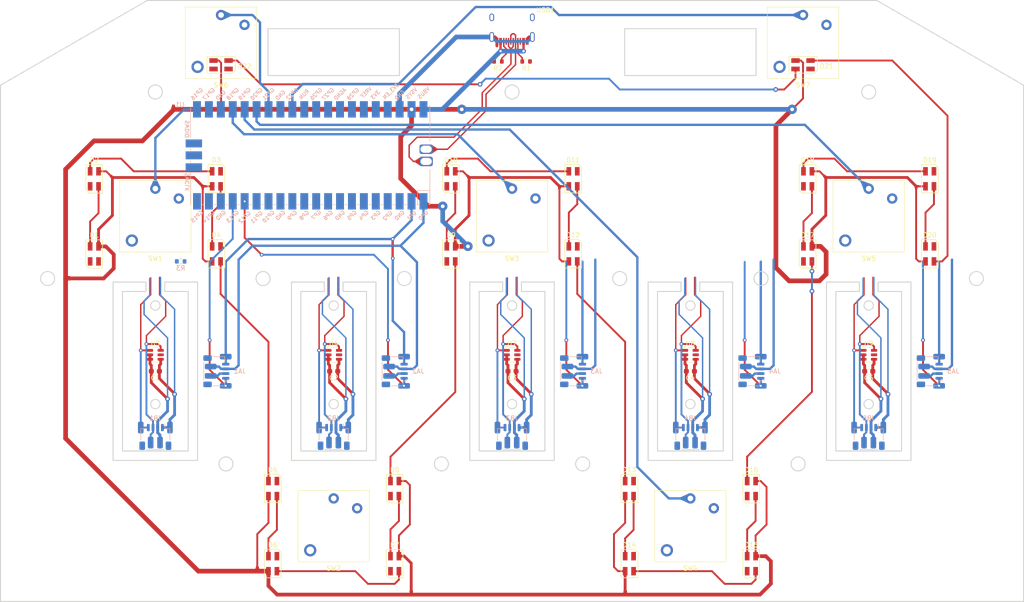
<source format=kicad_pcb>
(kicad_pcb (version 20240108) (generator "pcbnew") (generator_version "8.0")
  (title_block (title "Musec Pico"))
  (layers (0 "F.Cu" signal) (31 "B.Cu" signal) (34 "B.Paste" user) (35 "F.Paste" user) (36 "B.SilkS" user "B.Silkscreen") (37 "F.SilkS" user "F.Silkscreen") (38 "B.Mask" user) (39 "F.Mask" user) (44 "Edge.Cuts" user))
  (net 0 "")
  (net 1 "GND")
  (net 2 "+5V")
  (net 3 "Net-(D1-Out)")
  (net 6 "Net-(D2-Out)")
  (net 7 "+3V3")
  (net 8 "Net-(USB1-CC1)")
  (net 9 "Net-(USB1-CC2)")
  (net 10 "Net-(D1-In)")
  (net 11 "Net-(U1-USB2)")
  (net 13 "Net-(U1-VBUS)")
  (net 14 "Net-(U1-USB1)")
  (net 17 "/K2")
  (net 20 "/K6")
  (net 21 "/K4")
  (net 22 "/K5")
  (net 23 "/K3")
  (net 29 "/K1")
  (net 31 "/K7")
  (net 35 "Net-(D3-Out)")
  (net 38 "Net-(D4-Out)")
  (net 40 "Net-(D5-Out)")
  (net 41 "Net-(D6-Out)")
  (net 43 "Net-(D7-Out)")
  (net 45 "Net-(D8-Out)")
  (net 46 "Net-(D10-In)")
  (net 47 "Net-(D10-Out)")
  (net 48 "Net-(D11-Out)")
  (net 49 "Net-(D12-Out)")
  (net 50 "Net-(D13-Out)")
  (net 51 "Net-(D14-Out)")
  (net 52 "Net-(D15-Out)")
  (net 53 "Net-(D16-Out)")
  (net 54 "Net-(D17-Out)")
  (net 55 "Net-(D18-Out)")
  (net 56 "Net-(D19-Out)")
  (net 57 "Net-(D20-Out)")
  (net 58 "Net-(D21-Out)")
  (net 59 "/VB1")
  (net 60 "/VB3")
  (net 61 "/VB5")
  (net 62 "/VB2")
  (net 63 "/VB4")
  (net 64 "Net-(D17-VSS)")
  (net 69 "Net-(U1-GPIO14)")
  (net 71 "/SDA")
  (net 72 "/SCL")
  (footprint "musec_pico:WS2812B-2835" (layer "F.Cu") (at 277.196 104.074 -90)
    (property "Reference" "D18")
    (property "Value" "WS2812B_Unified" (hide yes))
  )
  (footprint "musec_pico:WS2812B-2835" (layer "F.Cu") (at 201.196 104.074 -90)
    (property "Reference" "D10")
    (property "Value" "WS2812B_Unified" (hide yes))
  )
  (footprint "musec_pico:WS2812B-2835" (layer "F.Cu") (at 151.196 104.074 90)
    (property "Reference" "D3")
    (property "Value" "WS2812B_Unified" (hide yes))
  )
  (footprint "musec_pico:WS2812B-2835" (layer "F.Cu") (at 201.196 120.074 -90)
    (property "Reference" "D9")
    (property "Value" "WS2812B_Unified" (hide yes))
  )
  (footprint "musec_pico:WS2812B-2835" (layer "F.Cu") (at 189.196 170.074 -90)
    (property "Reference" "D8")
    (property "Value" "WS2812B_Unified" (hide yes))
  )
  (footprint "Package_TO_SOT_SMD:SOT-23-6" (layer "F.Cu") (at 138.196 141.574)
    (property "Reference" "U3")
    (property "Value" "TMAG5273" (hide yes))
  )
  (footprint "musec_pico:WS2812B-2835" (layer "F.Cu") (at 125.196 104.074 -90)
    (property "Reference" "D2")
    (property "Value" "WS2812B_Unified" (hide yes))
  )
  (footprint "musec_pico:WS2812B-2835" (layer "F.Cu") (at 303.196 104.074 90)
    (property "Reference" "D19")
    (property "Value" "WS2812B_Unified" (hide yes))
  )
  (footprint "musec_pico:WS2812B-2835" (layer "F.Cu") (at 239.196 186.074 90)
    (property "Reference" "D14")
    (property "Value" "WS2812B_Unified" (hide yes))
  )
  (footprint "Resistor_SMD:R_0603_1608Metric" (layer "F.Cu") (at 217.196 79.074)
    (property "Reference" "R1")
    (property "Value" "5K1")
  )
  (footprint "musec_pico:WS2812B-2835" (layer "F.Cu") (at 163.196 170.074 90)
    (property "Reference" "D5")
    (property "Value" "WS2812B_Unified" (hide yes))
  )
  (footprint "musec_pico:WS2812B-2835" (layer "F.Cu") (at 265.196 170.074 -90)
    (property "Reference" "D16")
    (property "Value" "WS2812B_Unified" (hide yes))
  )
  (footprint "musec_pico:SW_Kailh_Choc_V1V2_1.00u_LED" (layer "F.Cu") (at 214.196 112.074)
    (property "Reference" "SW3")
    (property "Value" "SW_DIP_x01" (hide yes))
  )
  (footprint "Package_TO_SOT_SMD:SOT-23-6" (layer "F.Cu") (at 176.196 141.574)
    (property "Reference" "U4")
    (property "Value" "TMAG5273" (hide yes))
  )
  (footprint "musec_pico:WS2812B-2835" (layer "F.Cu") (at 227.196 104.074 90)
    (property "Reference" "D11")
    (property "Value" "WS2812B_Unified" (hide yes))
  )
  (footprint "Resistor_SMD:R_0603_1608Metric" (layer "F.Cu") (at 211.196 79.074 180)
    (property "Reference" "R2")
    (property "Value" "5K1")
  )
  (footprint "Package_TO_SOT_SMD:SOT-23-6" (layer "F.Cu") (at 290.196 141.574)
    (property "Reference" "U9")
    (property "Value" "TMAG5273" (hide yes))
  )
  (footprint "musec_pico:WS2812B-2835" (layer "F.Cu") (at 152.196 79.774)
    (property "Reference" "D22")
    (property "Value" "WS2812B_Unified" (hide yes))
  )
  (footprint "musec_pico:WS2812B-2835" (layer "F.Cu") (at 125.196 120.074 -90)
    (property "Reference" "D1")
    (property "Value" "WS2812B_Unified" (hide yes))
  )
  (footprint "musec_pico:WS2812B-2835" (layer "F.Cu") (at 276.196 79.774)
    (property "Reference" "D21")
    (property "Value" "WS2812B_Unified" (hide yes))
  )
  (footprint "musec_pico:WS2812B-2835" (layer "F.Cu") (at 239.196 170.074 90)
    (property "Reference" "D13")
    (property "Value" "WS2812B_Unified" (hide yes))
  )
  (footprint "Capacitor_SMD:C_0603_1608Metric_Pad1.08x0.95mm_HandSolder" (layer "F.Cu") (at 138.196 145.074 180)
    (property "Reference" "C1")
    (property "Value" "0.1uF")
  )
  (footprint "musec_pico:SW_Kailh_Choc_V1V2_1.00u_LED" (layer "F.Cu") (at 276.196 75.074)
    (property "Reference" "SW7")
    (property "Value" "SW_DIP_x01" (hide yes))
  )
  (footprint "musec_pico:WS2812B-2835" (layer "F.Cu") (at 163.196 186.074 90)
    (property "Reference" "D6")
    (property "Value" "WS2812B_Unified" (hide yes))
  )
  (footprint "musec_pico:WS2812B-2835" (layer "F.Cu") (at 303.196 120.074 90)
    (property "Reference" "D20")
    (property "Value" "WS2812B_Unified" (hide yes))
  )
  (footprint "musec_pico:WS2812B-2835" (layer "F.Cu") (at 277.196 120.074 -90)
    (property "Reference" "D17")
    (property "Value" "WS2812B_Unified" (hide yes))
  )
  (footprint "musec_pico:WS2812B-2835" (layer "F.Cu") (at 265.196 186.074 -90)
    (property "Reference" "D15")
    (property "Value" "WS2812B_Unified" (hide yes))
  )
  (footprint "musec_pico:SW_Kailh_Choc_V1V2_1.00u_LED" (layer "F.Cu") (at 152.196 75.074)
    (property "Reference" "SW6")
    (property "Value" "SW_DIP_x01" (hide yes))
  )
  (footprint "musec_pico:SW_Kailh_Choc_V1V2_1.00u_LED" (layer "F.Cu") (at 252.196 178.074)
    (property "Reference" "SW4")
    (property "Value" "SW_DIP_x01" (hide yes))
  )
  (footprint "Capacitor_SMD:C_0603_1608Metric_Pad1.08x0.95mm_HandSolder" (layer "F.Cu") (at 214.196 145.074 180)
    (property "Reference" "C3")
    (property "Value" "0.1uF")
  )
  (footprint "Capacitor_SMD:C_0603_1608Metric_Pad1.08x0.95mm_HandSolder" (layer "F.Cu") (at 252.196 145.074 180)
    (property "Reference" "C4")
    (property "Value" "0.1uF")
  )
  (footprint "musec_pico:SW_Kailh_Choc_V1V2_1.00u_LED" (layer "F.Cu") (at 138.196 112.074)
    (property "Reference" "SW1")
    (property "Value" "SW_DIP_x01" (hide yes))
  )
  (footprint "Type-C:HRO-TYPE-C-31-M-12-Assembly" (layer "F.Cu") (at 214.196 67.074 180)
    (property "Reference" "USB1")
    (property "Value" "U262-161N-4BVC11" (hide yes))
  )
  (footprint "Package_TO_SOT_SMD:SOT-23-6" (layer "F.Cu") (at 214.196 141.574)
    (property "Reference" "U7")
    (property "Value" "TMAG5273" (hide yes))
  )
  (footprint "musec_pico:WS2812B-2835" (layer "F.Cu") (at 151.196 120.074 90)
    (property "Reference" "D4")
    (property "Value" "WS2812B_Unified" (hide yes))
  )
  (footprint "Capacitor_SMD:C_0603_1608Metric_Pad1.08x0.95mm_HandSolder" (layer "F.Cu") (at 290.196 145.074 180)
    (property "Reference" "C5")
    (property "Value" "0.1uF")
  )
  (footprint "musec_pico:SW_Kailh_Choc_V1V2_1.00u_LED" (layer "F.Cu") (at 176.196 178.074)
    (property "Reference" "SW2")
    (property "Value" "SW_DIP_x01" (hide yes))
  )
  (footprint "Capacitor_SMD:C_0603_1608Metric_Pad1.08x0.95mm_HandSolder" (layer "F.Cu") (at 176.196 145.074 180)
    (property "Reference" "C2")
    (property "Value" "0.1uF")
  )
  (footprint "musec_pico:WS2812B-2835" (layer "F.Cu") (at 227.196 120.074 90)
    (property "Reference" "D12")
    (property "Value" "WS2812B_Unified" (hide yes))
  )
  (footprint "musec_pico:SW_Kailh_Choc_V1V2_1.00u_LED" (layer "F.Cu") (at 290.196 112.074)
    (property "Reference" "SW5")
    (property "Value" "SW_DIP_x01" (hide yes))
  )
  (footprint "Package_TO_SOT_SMD:SOT-23-6" (layer "F.Cu") (at 252.196 141.574)
    (property "Reference" "U8")
    (property "Value" "TMAG5273" (hide yes))
  )
  (footprint "musec_pico:WS2812B-2835" (layer "F.Cu") (at 189.196 186.074 -90)
    (property "Reference" "D7")
    (property "Value" "WS2812B_Unified" (hide yes))
  )
  (footprint "Resistor_SMD:R_0603_1608Metric" (layer "B.Cu") (at 143.596 121.674)
    (property "Reference" "R3")
    (property "Value" "10")
  )
  (footprint "musec_pico:RPi_Pico_SMD_Pins" (layer "B.Cu") (at 171.196 99.074 90)
    (property "Reference" "U1")
    (property "Value" "PiPico")
  )
  (footprint "musec_pico:SH1.0_4P_Solder_Combo" (layer "B.Cu") (at 214.196 159.074 180)
    (property "Reference" "JB3")
    (property "Value" "Conn_01x04" (hide yes))
  )
  (footprint "musec_pico:SH1.0_4P_Solder_Combo" (layer "B.Cu") (at 138.196 159.074 180)
    (property "Reference" "JB1")
    (property "Value" "Conn_01x04" (hide yes))
  )
  (footprint "musec_pico:SH1.0_4P_Solder_Combo" (layer "B.Cu") (at 290.196 159.074 180)
    (property "Reference" "JB5")
    (property "Value" "Conn_01x04" (hide yes))
  )
  (footprint "musec_pico:SH1.0_4P_Solder_Combo" (layer "B.Cu") (at 265.196 145.074 90)
    (property "Reference" "JA4")
    (property "Value" "Conn_01x04" (hide yes))
  )
  (footprint "musec_pico:SH1.0_4P_Solder_Combo" (layer "B.Cu") (at 151.196 145.074 90)
    (property "Reference" "JA1")
    (property "Value" "Conn_01x04" (hide yes))
  )
  (footprint "musec_pico:SH1.0_4P_Solder_Combo" (layer "B.Cu") (at 252.196 159.074 180)
    (property "Reference" "JB4")
    (property "Value" "Conn_01x04" (hide yes))
  )
  (footprint "musec_pico:SH1.0_4P_Solder_Combo" (layer "B.Cu") (at 176.196 159.074 180)
    (property "Reference" "JB2")
    (property "Value" "Conn_01x04" (hide yes))
  )
  (footprint "musec_pico:SH1.0_4P_Solder_Combo" (layer "B.Cu") (at 189.196 145.074 90)
    (property "Reference" "JA2")
    (property "Value" "Conn_01x04" (hide yes))
  )
  (footprint "musec_pico:SH1.0_4P_Solder_Combo" (layer "B.Cu") (at 227.196 145.074 90)
    (property "Reference" "JA3")
    (property "Value" "Conn_01x04" (hide yes))
  )
  (footprint "musec_pico:SH1.0_4P_Solder_Combo" (layer "B.Cu") (at 303.196 145.074 90)
    (property "Reference" "JA5")
    (property "Value" "Conn_01x04" (hide yes))
  )
  (gr_line (start 221.196 162.074) (end 221.196 128.074) (stroke (width 0.2)) (layer "Edge.Cuts"))
  (gr_line (start 323.196 84.126559) (end 291.928051 66.074) (stroke (width 0.2)) (layer "Edge.Cuts"))
  (gr_circle (center 267.246327 125.324) (end 268.746327 125.324) (stroke (width 0.2)) (fill none) (layer "Edge.Cuts"))
  (gr_line (start 223.196 126.074) (end 223.196 164.074) (stroke (width 0.2)) (layer "Edge.Cuts"))
  (gr_circle (center 138.196 85.574) (end 139.696 85.574) (stroke (width 0.2)) (fill none) (layer "Edge.Cuts"))
  (gr_line (start 140.196 126.074) (end 140.196 128.074) (stroke (width 0.2)) (layer "Edge.Cuts"))
  (gr_line (start 147.196 126.074) (end 140.196 126.074) (stroke (width 0.2)) (layer "Edge.Cuts"))
  (gr_line (start 212.196 126.074) (end 205.196 126.074) (stroke (width 0.2)) (layer "Edge.Cuts"))
  (gr_line (start 145.196 162.074) (end 131.196 162.074) (stroke (width 0.2)) (layer "Edge.Cuts"))
  (gr_line (start 266.196 82.074) (end 238.196 82.074) (stroke (width 0.2)) (layer "Edge.Cuts"))
  (gr_circle (center 290.196 85.574) (end 291.696 85.574) (stroke (width 0.2)) (fill none) (layer "Edge.Cuts"))
  (gr_circle (center 191.246327 125.324) (end 192.746327 125.324) (stroke (width 0.2)) (fill none) (layer "Edge.Cuts"))
  (gr_line (start 291.928051 66.074) (end 136.463949 66.074) (stroke (width 0.2)) (layer "Edge.Cuts"))
  (gr_line (start 323.196 194.126559) (end 323.196 84.126559) (stroke (width 0.2)) (layer "Edge.Cuts"))
  (gr_line (start 105.196 84.126559) (end 105.196 194.126559) (stroke (width 0.2)) (layer "Edge.Cuts"))
  (gr_line (start 288.196 128.074) (end 283.196 128.074) (stroke (width 0.2)) (layer "Edge.Cuts"))
  (gr_line (start 221.196 128.074) (end 216.196 128.074) (stroke (width 0.2)) (layer "Edge.Cuts"))
  (gr_line (start 174.196 126.074) (end 167.196 126.074) (stroke (width 0.2)) (layer "Edge.Cuts"))
  (gr_line (start 185.196 126.074) (end 178.196 126.074) (stroke (width 0.2)) (layer "Edge.Cuts"))
  (gr_line (start 297.196 128.074) (end 292.196 128.074) (stroke (width 0.2)) (layer "Edge.Cuts"))
  (gr_circle (center 199.145673 164.824) (end 200.645673 164.824) (stroke (width 0.2)) (fill none) (layer "Edge.Cuts"))
  (gr_line (start 299.196 164.074) (end 281.196 164.074) (stroke (width 0.2)) (layer "Edge.Cuts"))
  (gr_line (start 299.196 126.074) (end 292.196 126.074) (stroke (width 0.2)) (layer "Edge.Cuts"))
  (gr_circle (center 214.196 152.074) (end 215.196 152.074) (stroke (width 0.2)) (fill none) (layer "Edge.Cuts"))
  (gr_line (start 136.196 128.074) (end 131.196 128.074) (stroke (width 0.2)) (layer "Edge.Cuts"))
  (gr_circle (center 138.196 152.074) (end 139.196 152.074) (stroke (width 0.2)) (fill none) (layer "Edge.Cuts"))
  (gr_line (start 190.196 82.074) (end 162.196 82.074) (stroke (width 0.2)) (layer "Edge.Cuts"))
  (gr_line (start 190.196 82.074) (end 190.196 72.074) (stroke (width 0.2)) (layer "Edge.Cuts"))
  (gr_line (start 136.463949 66.074) (end 105.196 84.126559) (stroke (width 0.2)) (layer "Edge.Cuts"))
  (gr_line (start 250.196 126.074) (end 250.196 128.074) (stroke (width 0.2)) (layer "Edge.Cuts"))
  (gr_line (start 223.196 126.074) (end 216.196 126.074) (stroke (width 0.2)) (layer "Edge.Cuts"))
  (gr_circle (center 290.196 131.074) (end 291.196 131.074) (stroke (width 0.2)) (fill none) (layer "Edge.Cuts"))
  (gr_line (start 129.196 126.074) (end 129.196 164.074) (stroke (width 0.2)) (layer "Edge.Cuts"))
  (gr_line (start 145.196 128.074) (end 140.196 128.074) (stroke (width 0.2)) (layer "Edge.Cuts"))
  (gr_line (start 261.196 164.074) (end 243.196 164.074) (stroke (width 0.2)) (layer "Edge.Cuts"))
  (gr_line (start 174.196 128.074) (end 169.196 128.074) (stroke (width 0.2)) (layer "Edge.Cuts"))
  (gr_line (start 145.196 162.074) (end 145.196 128.074) (stroke (width 0.2)) (layer "Edge.Cuts"))
  (gr_line (start 254.196 126.074) (end 254.196 128.074) (stroke (width 0.2)) (layer "Edge.Cuts"))
  (gr_circle (center 275.145673 164.824) (end 276.645673 164.824) (stroke (width 0.2)) (fill none) (layer "Edge.Cuts"))
  (gr_line (start 162.196 82.074) (end 162.196 72.074) (stroke (width 0.2)) (layer "Edge.Cuts"))
  (gr_line (start 136.196 126.074) (end 136.196 128.074) (stroke (width 0.2)) (layer "Edge.Cuts"))
  (gr_line (start 223.196 164.074) (end 205.196 164.074) (stroke (width 0.2)) (layer "Edge.Cuts"))
  (gr_line (start 185.196 126.074) (end 185.196 164.074) (stroke (width 0.2)) (layer "Edge.Cuts"))
  (gr_line (start 147.196 164.074) (end 129.196 164.074) (stroke (width 0.2)) (layer "Edge.Cuts"))
  (gr_line (start 250.196 128.074) (end 245.196 128.074) (stroke (width 0.2)) (layer "Edge.Cuts"))
  (gr_line (start 216.196 126.074) (end 216.196 128.074) (stroke (width 0.2)) (layer "Edge.Cuts"))
  (gr_line (start 221.196 162.074) (end 207.196 162.074) (stroke (width 0.2)) (layer "Edge.Cuts"))
  (gr_line (start 207.196 162.074) (end 207.196 128.074) (stroke (width 0.2)) (layer "Edge.Cuts"))
  (gr_line (start 174.196 126.074) (end 174.196 128.074) (stroke (width 0.2)) (layer "Edge.Cuts"))
  (gr_line (start 288.196 126.074) (end 288.196 128.074) (stroke (width 0.2)) (layer "Edge.Cuts"))
  (gr_line (start 259.196 162.074) (end 259.196 128.074) (stroke (width 0.2)) (layer "Edge.Cuts"))
  (gr_line (start 259.196 128.074) (end 254.196 128.074) (stroke (width 0.2)) (layer "Edge.Cuts"))
  (gr_line (start 261.196 126.074) (end 261.196 164.074) (stroke (width 0.2)) (layer "Edge.Cuts"))
  (gr_circle (center 115.246327 125.324) (end 116.746327 125.324) (stroke (width 0.2)) (fill none) (layer "Edge.Cuts"))
  (gr_circle (center 290.196 152.074) (end 291.196 152.074) (stroke (width 0.2)) (fill none) (layer "Edge.Cuts"))
  (gr_line (start 250.196 126.074) (end 243.196 126.074) (stroke (width 0.2)) (layer "Edge.Cuts"))
  (gr_line (start 266.196 82.074) (end 266.196 72.074) (stroke (width 0.2)) (layer "Edge.Cuts"))
  (gr_line (start 169.196 162.074) (end 169.196 128.074) (stroke (width 0.2)) (layer "Edge.Cuts"))
  (gr_circle (center 229.246327 164.824) (end 230.746327 164.824) (stroke (width 0.2)) (fill none) (layer "Edge.Cuts"))
  (gr_circle (center 237.145673 125.324) (end 238.645673 125.324) (stroke (width 0.2)) (fill none) (layer "Edge.Cuts"))
  (gr_circle (center 138.196 131.074) (end 139.196 131.074) (stroke (width 0.2)) (fill none) (layer "Edge.Cuts"))
  (gr_line (start 131.196 162.074) (end 131.196 128.074) (stroke (width 0.2)) (layer "Edge.Cuts"))
  (gr_line (start 281.196 126.074) (end 281.196 164.074) (stroke (width 0.2)) (layer "Edge.Cuts"))
  (gr_circle (center 313.145673 125.324) (end 314.645673 125.324) (stroke (width 0.2)) (fill none) (layer "Edge.Cuts"))
  (gr_line (start 147.196 126.074) (end 147.196 164.074) (stroke (width 0.2)) (layer "Edge.Cuts"))
  (gr_circle (center 252.196 152.074) (end 253.196 152.074) (stroke (width 0.2)) (fill none) (layer "Edge.Cuts"))
  (gr_line (start 297.196 162.074) (end 297.196 128.074) (stroke (width 0.2)) (layer "Edge.Cuts"))
  (gr_line (start 183.196 162.074) (end 169.196 162.074) (stroke (width 0.2)) (layer "Edge.Cuts"))
  (gr_circle (center 214.196 85.574) (end 215.696 85.574) (stroke (width 0.2)) (fill none) (layer "Edge.Cuts"))
  (gr_line (start 205.196 126.074) (end 205.196 164.074) (stroke (width 0.2)) (layer "Edge.Cuts"))
  (gr_line (start 259.196 162.074) (end 245.196 162.074) (stroke (width 0.2)) (layer "Edge.Cuts"))
  (gr_line (start 178.196 126.074) (end 178.196 128.074) (stroke (width 0.2)) (layer "Edge.Cuts"))
  (gr_circle (center 252.196 131.074) (end 253.196 131.074) (stroke (width 0.2)) (fill none) (layer "Edge.Cuts"))
  (gr_line (start 185.196 164.074) (end 167.196 164.074) (stroke (width 0.2)) (layer "Edge.Cuts"))
  (gr_circle (center 176.196 131.074) (end 177.196 131.074) (stroke (width 0.2)) (fill none) (layer "Edge.Cuts"))
  (gr_line (start 297.196 162.074) (end 283.196 162.074) (stroke (width 0.2)) (layer "Edge.Cuts"))
  (gr_line (start 299.196 126.074) (end 299.196 164.074) (stroke (width 0.2)) (layer "Edge.Cuts"))
  (gr_circle (center 161.145673 125.324) (end 162.645673 125.324) (stroke (width 0.2)) (fill none) (layer "Edge.Cuts"))
  (gr_line (start 167.196 126.074) (end 167.196 164.074) (stroke (width 0.2)) (layer "Edge.Cuts"))
  (gr_line (start 212.196 126.074) (end 212.196 128.074) (stroke (width 0.2)) (layer "Edge.Cuts"))
  (gr_line (start 105.196 194.126559) (end 323.196 194.126559) (stroke (width 0.2)) (layer "Edge.Cuts"))
  (gr_line (start 238.196 82.074) (end 238.196 72.074) (stroke (width 0.2)) (layer "Edge.Cuts"))
  (gr_line (start 261.196 126.074) (end 254.196 126.074) (stroke (width 0.2)) (layer "Edge.Cuts"))
  (gr_line (start 136.196 126.074) (end 129.196 126.074) (stroke (width 0.2)) (layer "Edge.Cuts"))
  (gr_line (start 288.196 126.074) (end 281.196 126.074) (stroke (width 0.2)) (layer "Edge.Cuts"))
  (gr_circle (center 214.196 131.074) (end 215.196 131.074) (stroke (width 0.2)) (fill none) (layer "Edge.Cuts"))
  (gr_line (start 283.196 162.074) (end 283.196 128.074) (stroke (width 0.2)) (layer "Edge.Cuts"))
  (gr_circle (center 176.196 152.074) (end 177.196 152.074) (stroke (width 0.2)) (fill none) (layer "Edge.Cuts"))
  (gr_line (start 243.196 126.074) (end 243.196 164.074) (stroke (width 0.2)) (layer "Edge.Cuts"))
  (gr_line (start 245.196 162.074) (end 245.196 128.074) (stroke (width 0.2)) (layer "Edge.Cuts"))
  (gr_line (start 183.196 128.074) (end 178.196 128.074) (stroke (width 0.2)) (layer "Edge.Cuts"))
  (gr_line (start 183.196 162.074) (end 183.196 128.074) (stroke (width 0.2)) (layer "Edge.Cuts"))
  (gr_line (start 266.196 72.074) (end 238.196 72.074) (stroke (width 0.2)) (layer "Edge.Cuts"))
  (gr_circle (center 153.246327 164.824) (end 154.746327 164.824) (stroke (width 0.2)) (fill none) (layer "Edge.Cuts"))
  (gr_line (start 190.196 72.074) (end 162.196 72.074) (stroke (width 0.2)) (layer "Edge.Cuts"))
  (gr_line (start 292.196 126.074) (end 292.196 128.074) (stroke (width 0.2)) (layer "Edge.Cuts"))
  (gr_line (start 212.196 128.074) (end 207.196 128.074) (stroke (width 0.2)) (layer "Edge.Cuts"))
  (segment (start 137.3335 147.5115) (end 137.3335 145.074) (width 0.6) (layer "F.Cu") (net 1))
  (segment (start 175.3335 147.5115) (end 175.3335 145.074) (width 0.6) (layer "F.Cu") (net 1))
  (segment (start 217.421 74.229) (end 217.796 73.854) (width 0.6) (layer "F.Cu") (net 1))
  (segment (start 137.0585 143.5365) (end 137.3335 143.8115) (width 0.6) (layer "F.Cu") (net 1))
  (segment (start 217.421 74.769) (end 217.421 74.229) (width 0.6) (layer "F.Cu") (net 1))
  (segment (start 178.796 150.974) (end 175.3335 147.5115) (width 0.6) (layer "F.Cu") (net 1))
  (segment (start 210.971 74.769) (end 210.971 74.226437) (width 0.6) (layer "F.Cu") (net 1))
  (segment (start 213.0585 143.5365) (end 213.3335 143.8115) (width 0.6) (layer "F.Cu") (net 1))
  (segment (start 289.0585 141.574) (end 289.0585 143.5365) (width 0.6) (layer "F.Cu") (net 1))
  (segment (start 175.0585 143.5365) (end 175.3335 143.8115) (width 0.6) (layer "F.Cu") (net 1))
  (segment (start 289.3335 143.8115) (end 289.3335 145.074) (width 0.6) (layer "F.Cu") (net 1))
  (segment (start 213.0585 141.574) (end 213.0585 143.5365) (width 0.6) (layer "F.Cu") (net 1))
  (segment (start 251.3335 143.8115) (end 251.3335 145.074) (width 0.6) (layer "F.Cu") (net 1))
  (segment (start 175.3335 143.8115) (end 175.3335 145.074) (width 0.6) (layer "F.Cu") (net 1))
  (segment (start 213.3335 147.5115) (end 213.3335 145.074) (width 0.6) (layer "F.Cu") (net 1))
  (segment (start 292.796 150.974) (end 289.3335 147.5115) (width 0.6) (layer "F.Cu") (net 1))
  (segment (start 137.0585 141.574) (end 137.0585 143.5365) (width 0.6) (layer "F.Cu") (net 1))
  (segment (start 213.3335 143.8115) (end 213.3335 145.074) (width 0.6) (layer "F.Cu") (net 1))
  (segment (start 251.3335 147.5115) (end 251.3335 145.074) (width 0.6) (layer "F.Cu") (net 1))
  (segment (start 137.3335 143.8115) (end 137.3335 145.074) (width 0.6) (layer "F.Cu") (net 1))
  (segment (start 254.796 150.974) (end 251.3335 147.5115) (width 0.6) (layer "F.Cu") (net 1))
  (segment (start 216.796 150.974) (end 213.3335 147.5115) (width 0.6) (layer "F.Cu") (net 1))
  (segment (start 217.796 73.854) (end 218.516 73.854) (width 0.6) (layer "F.Cu") (net 1))
  (segment (start 289.0585 143.5365) (end 289.3335 143.8115) (width 0.6) (layer "F.Cu") (net 1))
  (segment (start 210.971 74.226437) (end 210.598563 73.854) (width 0.6) (layer "F.Cu") (net 1))
  (segment (start 289.3335 147.5115) (end 289.3335 145.074) (width 0.6) (layer "F.Cu") (net 1))
  (segment (start 251.0585 143.5365) (end 251.3335 143.8115) (width 0.6) (layer "F.Cu") (net 1))
  (segment (start 251.0585 141.574) (end 251.0585 143.5365) (width 0.6) (layer "F.Cu") (net 1))
  (segment (start 210.971 74.769) (end 210.971 75.759) (width 0.6) (layer "F.Cu") (net 1))
  (segment (start 175.0585 141.574) (end 175.0585 143.5365) (width 0.6) (layer "F.Cu") (net 1))
  (segment (start 210.598563 73.854) (end 209.876 73.854) (width 0.6) (layer "F.Cu") (net 1))
  (segment (start 140.796 150.974) (end 137.3335 147.5115) (width 0.6) (layer "F.Cu") (net 1))
  (via (at 216.796 150.974) (size 1) (drill 0.5) (layers "F.Cu" "B.Cu") (net 1))
  (via (at 178.796 150.974) (size 1) (drill 0.5) (layers "F.Cu" "B.Cu") (net 1))
  (via (at 254.796 150.974) (size 1) (drill 0.5) (layers "F.Cu" "B.Cu") (net 1))
  (via (at 140.796 150.974) (size 1) (drill 0.5) (layers "F.Cu" "B.Cu") (net 1))
  (via (at 292.796 150.974) (size 1) (drill 0.5) (layers "F.Cu" "B.Cu") (net 1))
  (segment (start 254.796 137.974) (end 249.796 132.974) (width 0.3) (layer "B.Cu") (net 1))
  (segment (start 265.426 146.074) (end 265.926 145.574) (width 0.5) (layer "B.Cu") (net 1))
  (segment (start 225.996 146.074) (end 227.426 146.074) (width 0.5) (layer "B.Cu") (net 1))
  (segment (start 149.996 146.074) (end 151.426 146.074) (width 0.5) (layer "B.Cu") (net 1))
  (segment (start 140.796 153.574) (end 138.696 155.674) (width 0.6) (layer "B.Cu") (net 1))
  (segment (start 214.696 157.074) (end 214.696 158.174) (width 0.6) (layer "B.Cu") (net 1))
  (segment (start 254.796 150.974) (end 254.796 137.974) (width 0.3) (layer "B.Cu") (net 1))
  (segment (start 214.696 155.674) (end 214.696 157.074) (width 0.6) (layer "B.Cu") (net 1))
  (segment (start 217.586 74.784) (end 218.516 73.854) (width 0.6) (layer "B.Cu") (net 1))
  (segment (start 138.696 158.174) (end 139.196 158.674) (width 0.6) (layer "B.Cu") (net 1))
  (segment (start 209.876 73.854) (end 210.806 74.784) (width 0.6) (layer "B.Cu") (net 1))
  (segment (start 254.796 153.574) (end 252.696 155.674) (width 0.6) (layer "B.Cu") (net 1))
  (segment (start 189.926 145.574) (end 191.196 145.574) (width 0.5) (layer "B.Cu") (net 1))
  (segment (start 292.796 153.574) (end 290.696 155.674) (width 0.6) (layer "B.Cu") (net 1))
  (segment (start 216.796 150.974) (end 216.796 137.974) (width 0.3) (layer "B.Cu") (net 1))
  (segment (start 178.796 150.974) (end 178.796 137.974) (width 0.3) (layer "B.Cu") (net 1))
  (segment (start 151.926 145.574) (end 153.196 145.574) (width 0.5) (layer "B.Cu") (net 1))
  (segment (start 209.876 73.854) (end 202.306 73.854) (width 1) (layer "B.Cu") (net 1))
  (segment (start 178.796 150.974) (end 178.796 153.574) (width 0.6) (layer "B.Cu") (net 1))
  (segment (start 265.926 145.574) (end 267.196 145.574) (width 0.5) (layer "B.Cu") (net 1))
  (segment (start 138.696 155.674) (end 138.696 157.074) (width 0.6) (layer "B.Cu") (net 1))
  (segment (start 227.926 145.574) (end 229.196 145.574) (width 0.5) (layer "B.Cu") (net 1))
  (segment (start 252.696 157.074) (end 252.696 158.174) (width 0.6) (layer "B.Cu") (net 1))
  (segment (start 210.806 74.784) (end 217.586 74.784) (width 0.6) (layer "B.Cu") (net 1))
  (segment (start 135.796 130.074) (end 136.996 128.874) (width 0.3) (layer "B.Cu") (net 1))
  (segment (start 140.796 150.974) (end 140.796 153.574) (width 0.6) (layer "B.Cu") (net 1))
  (segment (start 253.196 158.674) (end 253.196 160.274) (width 0.6) (layer "B.Cu") (net 1))
  (segment (start 211.796 132.974) (end 211.796 130.074) (width 0.3) (layer "B.Cu") (net 1))
  (segment (start 216.796 150.974) (end 216.796 153.574) (width 0.6) (layer "B.Cu") (net 1))
  (segment (start 290.696 155.674) (end 290.696 157.074) (width 0.6) (layer "B.Cu") (net 1))
  (segment (start 189.426 146.074) (end 189.926 145.574) (width 0.5) (layer "B.Cu") (net 1))
  (segment (start 190.246 85.914) (end 190.246 89.274) (width 1) (layer "B.Cu") (net 1))
  (segment (start 177.196 158.674) (end 177.196 160.274) (width 0.6) (layer "B.Cu") (net 1))
  (segment (start 173.796 130.074) (end 174.996 128.874) (width 0.3) (layer "B.Cu") (net 1))
  (segment (start 211.796 130.074) (end 212.996 128.874) (width 0.3) (layer "B.Cu") (net 1))
  (segment (start 292.796 150.974) (end 292.796 153.574) (width 0.6) (layer "B.Cu") (net 1))
  (segment (start 214.696 158.174) (end 215.196 158.674) (width 0.6) (layer "B.Cu") (net 1))
  (segment (start 249.796 132.974) (end 249.796 130.074) (width 0.3) (layer "B.Cu") (net 1))
  (segment (start 290.696 157.074) (end 290.696 158.174) (width 0.6) (layer "B.Cu") (net 1))
  (segment (start 176.696 155.674) (end 176.696 157.074) (width 0.6) (layer "B.Cu") (net 1))
  (segment (start 301.996 146.074) (end 303.426 146.074) (width 0.5) (layer "B.Cu") (net 1))
  (segment (start 292.796 137.974) (end 287.796 132.974) (width 0.3) (layer "B.Cu") (net 1))
  (segment (start 303.426 146.074) (end 303.926 145.574) (width 0.5) (layer "B.Cu") (net 1))
  (segment (start 138.696 157.074) (end 138.696 158.174) (width 0.6) (layer "B.Cu") (net 1))
  (segment (start 227.426 146.074) (end 227.926 145.574) (width 0.5) (layer "B.Cu") (net 1))
  (segment (start 178.796 137.974) (end 173.796 132.974) (width 0.3) (layer "B.Cu") (net 1))
  (segment (start 249.796 130.074) (end 250.996 128.874) (width 0.3) (layer "B.Cu") (net 1))
  (segment (start 287.796 132.974) (end 287.796 130.074) (width 0.3) (layer "B.Cu") (net 1))
  (segment (start 250.996 128.874) (end 250.996 125.274) (width 0.3) (layer "B.Cu") (net 1))
  (segment (start 252.696 158.174) (end 253.196 158.674) (width 0.6) (layer "B.Cu") (net 1))
  (segment (start 215.196 158.674) (end 215.196 160.274) (width 0.6) (layer "B.Cu") (net 1))
  (segment (start 176.696 158.174) (end 177.196 158.674) (width 0.6) (layer "B.Cu") (net 1))
  (segment (start 140.796 137.974) (end 135.796 132.974) (width 0.3) (layer "B.Cu") (net 1))
  (segment (start 174.996 128.874) (end 174.996 125.274) (width 0.3) (layer "B.Cu") (net 1))
  (segment (start 252.696 155.674) (end 252.696 157.074) (width 0.6) (layer "B.Cu") (net 1))
  (segment (start 290.696 158.174) (end 291.196 158.674) (width 0.6) (layer "B.Cu") (net 1))
  (segment (start 303.926 145.574) (end 305.196 145.574) (width 0.5) (layer "B.Cu") (net 1))
  (segment (start 202.306 73.854) (end 190.246 85.914) (width 1) (layer "B.Cu") (net 1))
  (segment (start 176.696 157.074) (end 176.696 158.174) (width 0.6) (layer "B.Cu") (net 1))
  (segment (start 287.796 130.074) (end 288.996 128.874) (width 0.3) (layer "B.Cu") (net 1))
  (segment (start 139.196 158.674) (end 139.196 160.274) (width 0.6) (layer "B.Cu") (net 1))
  (segment (start 216.796 153.574) (end 214.696 155.674) (width 0.6) (layer "B.Cu") (net 1))
  (segment (start 140.796 150.974) (end 140.796 137.974) (width 0.3) (layer "B.Cu") (net 1))
  (segment (start 173.796 132.974) (end 173.796 130.074) (width 0.3) (layer "B.Cu") (net 1))
  (segment (start 263.996 146.074) (end 265.426 146.074) (width 0.5) (layer "B.Cu") (net 1))
  (segment (start 135.796 132.974) (end 135.796 130.074) (width 0.3) (layer "B.Cu") (net 1))
  (segment (start 291.196 158.674) (end 291.196 160.274) (width 0.6) (layer "B.Cu") (net 1))
  (segment (start 151.426 146.074) (end 151.926 145.574) (width 0.5) (layer "B.Cu") (net 1))
  (segment (start 216.796 137.974) (end 211.796 132.974) (width 0.3) (layer "B.Cu") (net 1))
  (segment (start 292.796 150.974) (end 292.796 137.974) (width 0.3) (layer "B.Cu") (net 1))
  (segment (start 254.796 150.974) (end 254.796 153.574) (width 0.6) (layer "B.Cu") (net 1))
  (segment (start 178.796 153.574) (end 176.696 155.674) (width 0.6) (layer "B.Cu") (net 1))
  (segment (start 212.996 128.874) (end 212.996 125.274) (width 0.3) (layer "B.Cu") (net 1))
  (segment (start 187.996 146.074) (end 189.426 146.074) (width 0.5) (layer "B.Cu") (net 1))
  (segment (start 136.996 128.874) (end 136.996 125.274) (width 0.3) (layer "B.Cu") (net 1))
  (segment (start 288.996 128.874) (end 288.996 125.274) (width 0.3) (layer "B.Cu") (net 1))
  (segment (start 142.166 89.274) (end 135.446 95.994) (width 1) (layer "F.Cu") (net 2))
  (segment (start 159.916 187.674) (end 162.296 187.674) (width 1) (layer "F.Cu") (net 2))
  (segment (start 278.096 118.474) (end 278.096 114.824) (width 0.6) (layer "F.Cu") (net 2))
  (segment (start 278.096 114.824) (end 281.046 111.874) (width 0.6) (layer "F.Cu") (net 2))
  (segment (start 276.196 86.954) (end 276.196 79.334) (width 0.4) (layer "F.Cu") (net 2))
  (segment (start 267.016 192.674) (end 269.346 190.344) (width 0.8) (layer "F.Cu") (net 2))
  (segment (start 270.426 123.014) (end 273.226 125.814) (width 1) (layer "F.Cu") (net 2))
  (segment (start 202.096 102.474) (end 203.726 102.474) (width 0.4) (layer "F.Cu") (net 2))
  (segment (start 192.786 92.734) (end 190.476 95.044) (width 1) (layer "F.Cu") (net 2))
  (segment (start 192.786 89.274) (end 203.486 89.274) (width 1) (layer "F.Cu") (net 2))
  (segment (start 119.076 159.384) (end 147.366 187.674) (width 1) (layer "F.Cu") (net 2))
  (segment (start 224.866 121.674) (end 226.296 121.674) (width 0.4) (layer "F.Cu") (net 2))
  (segment (start 129.046 103.794) (end 129.046 111.874) (width 0.6) (layer "F.Cu") (net 2))
  (segment (start 126.096 102.474) (end 127.726 102.474) (width 0.4) (layer "F.Cu") (net 2))
  (segment (start 275.736 78.874) (end 274.596 78.874) (width 0.4) (layer "F.Cu") (net 2))
  (segment (start 281.046 103.794) (end 298.416 103.794) (width 0.6) (layer "F.Cu") (net 2))
  (segment (start 269.346 190.344) (end 269.346 185.564) (width 0.8) (layer "F.Cu") (net 2))
  (segment (start 281.126 119.664) (end 279.936 118.474) (width 1) (layer "F.Cu") (net 2))
  (segment (start 202.096 118.474) (end 202.096 114.824) (width 0.6) (layer "F.Cu") (net 2))
  (segment (start 129.336 123.144) (end 129.336 120.184) (width 0.8) (layer "F.Cu") (net 2))
  (segment (start 162.296 177.384) (end 159.916 179.764) (width 0.4) (layer "F.Cu") (net 2))
  (segment (start 205.046 103.794) (end 222.416 103.794) (width 0.6) (layer "F.Cu") (net 2))
  (segment (start 268.426 177.734) (end 266.096 180.064) (width 0.4) (layer "F.Cu") (net 2))
  (segment (start 281.126 124.384) (end 281.126 119.664) (width 1) (layer "F.Cu") (net 2))
  (segment (start 222.416 103.794) (end 224.296 105.674) (width 0.6) (layer "F.Cu") (net 2))
  (segment (start 269.346 185.564) (end 268.256 184.474) (width 0.8) (layer "F.Cu") (net 2))
  (segment (start 127.726 102.474) (end 129.046 103.794) (width 0.4) (layer "F.Cu") (net 2))
  (segment (start 203.726 102.474) (end 205.046 103.794) (width 0.4) (layer "F.Cu") (net 2))
  (segment (start 192.426 169.324) (end 192.426 177.734) (width 0.4) (layer "F.Cu") (net 2))
  (segment (start 191.576 168.474) (end 192.426 169.324) (width 0.4) (layer "F.Cu") (net 2))
  (segment (start 192.786 89.274) (end 152.206 89.274) (width 1) (layer "F.Cu") (net 2))
  (segment (start 152.206 89.274) (end 142.166 89.274) (width 1) (layer "F.Cu") (net 2))
  (segment (start 135.446 95.994) (end 125.126 95.994) (width 1) (layer "F.Cu") (net 2))
  (segment (start 192.716 192.674) (end 238.296 192.674) (width 0.8) (layer "F.Cu") (net 2))
  (segment (start 166.426 192.674) (end 164.156 192.674) (width 0.8) (layer "F.Cu") (net 2))
  (segment (start 125.126 95.994) (end 119.076 102.044) (width 1) (layer "F.Cu") (net 2))
  (segment (start 202.096 114.824) (end 205.046 111.874) (width 0.6) (layer "F.Cu") (net 2))
  (segment (start 276.196 79.334) (end 275.736 78.874) (width 0.4) (layer "F.Cu") (net 2))
  (segment (start 224.296 121.104) (end 224.866 121.674) (width 0.4) (layer "F.Cu") (net 2))
  (segment (start 147.366 187.674) (end 159.916 187.674) (width 1) (layer "F.Cu") (net 2))
  (segment (start 235.916 186.794) (end 236.796 187.674) (width 0.4) (layer "F.Cu") (net 2))
  (segment (start 127.186 125.294) (end 129.336 123.144) (width 0.8) (layer "F.Cu") (net 2))
  (segment (start 300.866 121.674) (end 302.296 121.674) (width 0.4) (layer "F.Cu") (net 2))
  (segment (start 224.296 105.674) (end 226.296 105.674) (width 0.4) (layer "F.Cu") (net 2))
  (segment (start 129.046 103.794) (end 146.416 103.794) (width 0.6) (layer "F.Cu") (net 2))
  (segment (start 273.226 125.814) (end 279.696 125.814) (width 1) (layer "F.Cu") (net 2))
  (segment (start 281.046 103.794) (end 281.046 111.874) (width 0.6) (layer "F.Cu") (net 2))
  (segment (start 236.796 187.674) (end 238.296 187.674) (width 0.4) (layer "F.Cu") (net 2))
  (segment (start 300.296 105.674) (end 300.296 121.104) (width 0.4) (layer "F.Cu") (net 2))
  (segment (start 119.076 125.294) (end 127.186 125.294) (width 0.8) (layer "F.Cu") (net 2))
  (segment (start 273.876 89.274) (end 270.426 92.724) (width 1) (layer "F.Cu") (net 2))
  (segment (start 273.876 89.274) (end 276.196 86.954) (width 0.4) (layer "F.Cu") (net 2))
  (segment (start 148.866 121.674) (end 150.296 121.674) (width 0.4) (layer "F.Cu") (net 2))
  (segment (start 119.076 125.294) (end 119.076 159.384) (width 1) (layer "F.Cu") (net 2))
  (segment (start 126.096 118.474) (end 126.096 114.824) (width 0.6) (layer "F.Cu") (net 2))
  (segment (start 190.096 184.474) (end 191.216 184.474) (width 0.6) (layer "F.Cu") (net 2))
  (segment (start 238.296 171.674) (end 238.296 177.384) (width 0.4) (layer "F.Cu") (net 2))
  (segment (start 150.596 78.874) (end 151.716 78.874) (width 0.4) (layer "F.Cu") (net 2))
  (segment (start 192.716 185.974) (end 192.716 192.674) (width 0.6) (layer "F.Cu") (net 2))
  (segment (start 159.916 179.764) (end 159.916 187.674) (width 0.4) (layer "F.Cu") (net 2))
  (segment (start 190.476 95.044) (end 190.476 103.994) (width 1) (layer "F.Cu") (net 2))
  (segment (start 279.726 102.474) (end 281.046 103.794) (width 0.4) (layer "F.Cu") (net 2))
  (segment (start 238.296 192.674) (end 267.016 192.674) (width 0.8) (layer "F.Cu") (net 2))
  (segment (start 190.476 103.994) (end 196.406 109.924) (width 1) (layer "F.Cu") (net 2))
  (segment (start 224.296 105.674) (end 224.296 121.104) (width 0.4) (layer "F.Cu") (net 2))
  (segment (start 266.096 168.474) (end 267.176 168.474) (width 0.4) (layer "F.Cu") (net 2))
  (segment (start 205.046 103.794) (end 205.046 111.874) (width 0.6) (layer "F.Cu") (net 2))
  (segment (start 148.296 121.104) (end 148.866 121.674) (width 0.4) (layer "F.Cu") (net 2))
  (segment (start 204.786 118.474) (end 202.096 118.474) (width 1) (layer "F.Cu") (net 2))
  (segment (start 300.296 105.674) (end 302.296 105.674) (width 0.4) (layer "F.Cu") (net 2))
  (segment (start 162.296 190.814) (end 162.296 187.674) (width 0.8) (layer "F.Cu") (net 2))
  (segment (start 126.096 114.824) (end 129.046 111.874) (width 0.6) (layer "F.Cu") (net 2))
  (segment (start 196.406 109.924) (end 199.426 109.924) (width 1) (layer "F.Cu") (net 2))
  (segment (start 191.216 184.474) (end 192.716 185.974) (width 0.6) (layer "F.Cu") (net 2))
  (segment (start 164.156 192.674) (end 162.296 190.814) (width 0.8) (layer "F.Cu") (net 2))
  (segment (start 166.426 192.674) (end 192.716 192.674) (width 0.8) (layer "F.Cu") (net 2))
  (segment (start 279.936 118.474) (end 278.096 118.474) (width 1) (layer "F.Cu") (net 2))
  (segment (start 192.786 89.274) (end 192.786 92.734) (width 1) (layer "F.Cu") (net 2))
  (segment (start 300.296 121.104) (end 300.866 121.674) (width 0.4) (layer "F.Cu") (net 2))
  (segment (start 190.096 168.474) (end 191.576 168.474) (width 0.4) (layer "F.Cu") (net 2))
  (segment (start 162.296 171.674) (end 162.296 177.384) (width 0.4) (layer "F.Cu") (net 2))
  (segment (start 119.076 102.044) (end 119.076 125.294) (width 1) (layer "F.Cu") (net 2))
  (segment (start 127.626 118.474) (end 126.096 118.474) (width 0.8) (layer "F.Cu") (net 2))
  (segment (start 152.206 79.364) (end 152.206 89.274) (width 0.4) (layer "F.Cu") (net 2))
  (segment (start 268.426 169.724) (end 268.426 177.734) (width 0.4) (layer "F.Cu") (net 2))
  (segment (start 148.296 105.674) (end 150.296 105.674) (width 0.4) (layer "F.Cu") (net 2))
  (segment (start 278.096 102.474) (end 279.726 102.474) (width 0.4) (layer "F.Cu") (net 2))
  (segment (start 146.416 103.794) (end 148.296 105.674) (width 0.6) (layer "F.Cu") (net 2))
  (segment (start 129.336 120.184) (end 127.626 118.474) (width 0.8) (layer "F.Cu") (net 2))
  (segment (start 268.256 184.474) (end 266.096 184.474) (width 0.8) (layer "F.Cu") (net 2))
  (segment (start 279.696 125.814) (end 281.126 124.384) (width 1) (layer "F.Cu") (net 2))
  (segment (start 238.296 187.674) (end 238.296 192.674) (width 0.6) (layer "F.Cu") (net 2))
  (segment (start 192.426 177.734) (end 190.096 180.064) (width 0.4) (layer "F.Cu") (net 2))
  (segment (start 190.096 180.064) (end 190.096 184.474) (width 0.4) (layer "F.Cu") (net 2))
  (segment (start 148.296 105.674) (end 148.296 121.104) (width 0.4) (layer "F.Cu") (net 2))
  (segment (start 298.416 103.794) (end 300.296 105.674) (width 0.6) (layer "F.Cu") (net 2))
  (segment (start 267.176 168.474) (end 268.426 169.724) (width 0.4) (layer "F.Cu") (net 2))
  (segment (start 238.296 177.384) (end 235.916 179.764) (width 0.4) (layer "F.Cu") (net 2))
  (segment (start 235.916 179.764) (end 235.916 186.794) (width 0.4) (layer "F.Cu") (net 2))
  (segment (start 204.796 118.464) (end 204.786 118.474) (width 1) (layer "F.Cu") (net 2))
  (segment (start 151.716 78.874) (end 152.206 79.364) (width 0.4) (layer "F.Cu") (net 2))
  (segment (start 270.426 92.724) (end 270.426 123.014) (width 1) (layer "F.Cu") (net 2))
  (segment (start 266.096 180.064) (end 266.096 184.474) (width 0.4) (layer "F.Cu") (net 2))
  (via (at 273.876 89.274) (size 2) (drill 0.8) (layers "F.Cu" "B.Cu") (net 2))
  (via (at 204.796 118.464) (size 2) (drill 0.8) (layers "F.Cu" "B.Cu") (net 2))
  (via (at 192.786 89.274) (size 2) (drill 0.8) (layers "F.Cu" "B.Cu") (net 2))
  (via (at 203.486 89.274) (size 2) (drill 0.8) (layers "F.Cu" "B.Cu") (net 2))
  (via (at 199.426 109.924) (size 2) (drill 0.8) (layers "F.Cu" "B.Cu") (net 2))
  (segment (start 203.486 89.274) (end 273.876 89.274) (width 1) (layer "B.Cu") (net 2))
  (segment (start 199.426 113.094) (end 204.796 118.464) (width 1) (layer "B.Cu") (net 2))
  (segment (start 199.426 109.924) (end 199.426 113.094) (width 1) (layer "B.Cu") (net 2))
  (segment (start 126.096 111.374) (end 126.096 105.674) (width 0.4) (layer "F.Cu") (net 3))
  (segment (start 124.296 113.174) (end 126.096 111.374) (width 0.4) (layer "F.Cu") (net 3))
  (segment (start 124.296 118.474) (end 124.296 113.174) (width 0.4) (layer "F.Cu") (net 3))
  (segment (start 133.596 102.474) (end 150.296 102.474) (width 0.4) (layer "F.Cu") (net 6))
  (segment (start 124.296 102.474) (end 124.296 100.674) (width 0.4) (layer "F.Cu") (net 6))
  (segment (start 124.296 100.674) (end 125.196 99.774) (width 0.4) (layer "F.Cu") (net 6))
  (segment (start 125.196 99.774) (end 130.896 99.774) (width 0.4) (layer "F.Cu") (net 6))
  (segment (start 130.896 99.774) (end 133.596 102.474) (width 0.4) (layer "F.Cu") (net 6))
  (segment (start 215.446 74.769) (end 215.446 77.374) (width 0.3) (layer "F.Cu") (net 8))
  (segment (start 215.446 77.374) (end 216.371 78.299) (width 0.3) (layer "F.Cu") (net 8))
  (segment (start 216.371 78.299) (end 216.371 79.074) (width 0.3) (layer "F.Cu") (net 8))
  (segment (start 212.446 74.769) (end 212.446 75.854) (width 0.3) (layer "F.Cu") (net 9))
  (segment (start 212.446 75.854) (end 212.936 76.344) (width 0.3) (layer "F.Cu") (net 9))
  (segment (start 212.936 76.344) (end 212.936 77.474) (width 0.3) (layer "F.Cu") (net 9))
  (segment (start 212.936 77.474) (end 212.021 78.389) (width 0.3) (layer "F.Cu") (net 9))
  (segment (start 212.021 78.389) (end 212.021 79.074) (width 0.3) (layer "F.Cu") (net 9))
  (segment (start 213.966 76.384) (end 213.966 79.614) (width 0.3) (layer "F.Cu") (net 11))
  (segment (start 214.446 75.904) (end 213.966 76.384) (width 0.3) (layer "F.Cu") (net 11))
  (segment (start 192.276 99.444) (end 193.206 100.374) (width 0.3) (layer "F.Cu") (net 11))
  (segment (start 207.841 89.179) (end 201.826 95.194) (width 0.3) (layer "F.Cu") (net 11))
  (segment (start 193.206 100.374) (end 195.896 100.374) (width 0.3) (layer "F.Cu") (net 11))
  (segment (start 214.446 74.769) (end 214.446 75.904) (width 0.3) (layer "F.Cu") (net 11))
  (segment (start 207.841 85.739) (end 207.841 89.179) (width 0.3) (layer "F.Cu") (net 11))
  (segment (start 213.966 76.384) (end 213.446 75.864) (width 0.3) (layer "F.Cu") (net 11))
  (segment (start 201.826 95.194) (end 193.996 95.194) (width 0.3) (layer "F.Cu") (net 11))
  (segment (start 213.446 75.864) (end 213.446 74.769) (width 0.3) (layer "F.Cu") (net 11))
  (segment (start 213.966 79.614) (end 207.841 85.739) (width 0.3) (layer "F.Cu") (net 11))
  (segment (start 193.996 95.194) (end 192.276 96.914) (width 0.3) (layer "F.Cu") (net 11))
  (segment (start 192.276 96.914) (end 192.276 99.444) (width 0.3) (layer "F.Cu") (net 11))
  (segment (start 211.746 76.874) (end 211.746 74.769) (width 0.5) (layer "F.Cu") (net 13))
  (segment (start 216.646 76.874) (end 216.646 74.769) (width 0.5) (layer "F.Cu") (net 13))
  (via (at 211.746 76.874) (size 1) (drill 0.5) (layers "F.Cu" "B.Cu") (net 13))
  (via (at 216.646 76.874) (size 1) (drill 0.5) (layers "F.Cu" "B.Cu") (net 13))
  (segment (start 211.746 76.874) (end 199.346 89.274) (width 1) (layer "B.Cu") (net 13))
  (segment (start 216.646 76.874) (end 211.746 76.874) (width 1) (layer "B.Cu") (net 13))
  (segment (start 199.346 89.274) (end 195.326 89.274) (width 1) (layer "B.Cu") (net 13))
  (segment (start 214.946 79.754) (end 214.946 74.769) (width 0.3) (layer "F.Cu") (net 14))
  (segment (start 213.946 73.484) (end 213.946 74.769) (width 0.3) (layer "F.Cu") (net 14))
  (segment (start 195.896 97.774) (end 200.436 97.774) (width 0.3) (layer "F.Cu") (net 14))
  (segment (start 214.626 73.164) (end 214.266 73.164) (width 0.3) (layer "F.Cu") (net 14))
  (segment (start 200.436 97.774) (end 208.656 89.554) (width 0.3) (layer "F.Cu") (net 14))
  (segment (start 208.656 86.044) (end 214.946 79.754) (width 0.3) (layer "F.Cu") (net 14))
  (segment (start 214.946 73.484) (end 214.626 73.164) (width 0.3) (layer "F.Cu") (net 14))
  (segment (start 214.946 74.769) (end 214.946 73.484) (width 0.3) (layer "F.Cu") (net 14))
  (segment (start 214.266 73.164) (end 213.946 73.484) (width 0.3) (layer "F.Cu") (net 14))
  (segment (start 208.656 89.554) (end 208.656 86.044) (width 0.3) (layer "F.Cu") (net 14))
  (segment (start 162.306 89.274) (end 162.306 85.484) (width 0.5) (layer "B.Cu") (net 20))
  (segment (start 162.306 85.484) (end 160.496 83.674) (width 0.5) (layer "B.Cu") (net 20))
  (segment (start 160.496 83.674) (end 160.496 70.774) (width 0.5) (layer "B.Cu") (net 20))
  (segment (start 158.896 69.174) (end 152.196 69.174) (width 0.5) (layer "B.Cu") (net 20))
  (segment (start 160.496 70.774) (end 158.896 69.174) (width 0.5) (layer "B.Cu") (net 20))
  (segment (start 252.196 172.174) (end 247.596 172.174) (width 0.5) (layer "B.Cu") (net 21))
  (segment (start 157.226 91.524) (end 157.226 89.274) (width 0.5) (layer "B.Cu") (net 21))
  (segment (start 240.896 120.774) (end 213.696 93.574) (width 0.5) (layer "B.Cu") (net 21))
  (segment (start 159.276 93.574) (end 157.226 91.524) (width 0.5) (layer "B.Cu") (net 21))
  (segment (start 247.596 172.174) (end 240.896 165.474) (width 0.5) (layer "B.Cu") (net 21))
  (segment (start 213.696 93.574) (end 159.276 93.574) (width 0.5) (layer "B.Cu") (net 21))
  (segment (start 240.896 165.474) (end 240.896 120.774) (width 0.5) (layer "B.Cu") (net 21))
  (segment (start 276.596 92.574) (end 290.196 106.174) (width 0.5) (layer "B.Cu") (net 22))
  (segment (start 159.766 91.844) (end 160.496 92.574) (width 0.5) (layer "B.Cu") (net 22))
  (segment (start 160.496 92.574) (end 276.596 92.574) (width 0.5) (layer "B.Cu") (net 22))
  (segment (start 159.766 89.274) (end 159.766 91.844) (width 0.5) (layer "B.Cu") (net 22))
  (segment (start 154.686 89.274) (end 154.686 92.164) (width 0.5) (layer "B.Cu") (net 23))
  (segment (start 202.596 94.574) (end 214.196 106.174) (width 0.5) (layer "B.Cu") (net 23))
  (segment (start 154.686 92.164) (end 157.096 94.574) (width 0.5) (layer "B.Cu") (net 23))
  (segment (start 157.096 94.574) (end 202.596 94.574) (width 0.5) (layer "B.Cu") (net 23))
  (segment (start 138.196 95.374) (end 138.196 106.174) (width 0.5) (layer "B.Cu") (net 29))
  (segment (start 144.296 89.274) (end 138.196 95.374) (width 0.5) (layer "B.Cu") (net 29))
  (segment (start 147.066 89.274) (end 144.296 89.274) (width 0.5) (layer "B.Cu") (net 29))
  (segment (start 190.036 83.874) (end 206.436 67.474) (width 0.5) (layer "B.Cu") (net 31))
  (segment (start 169.596 83.874) (end 190.036 83.874) (width 0.5) (layer "B.Cu") (net 31))
  (segment (start 167.386 86.084) (end 169.596 83.874) (width 0.5) (layer "B.Cu") (net 31))
  (segment (start 224.196 69.174) (end 276.196 69.174) (width 0.5) (layer "B.Cu") (net 31))
  (segment (start 206.436 67.474) (end 222.496 67.474) (width 0.5) (layer "B.Cu") (net 31))
  (segment (start 222.496 67.474) (end 224.196 69.174) (width 0.5) (layer "B.Cu") (net 31))
  (segment (start 167.386 89.274) (end 167.386 86.084) (width 0.5) (layer "B.Cu") (net 31))
  (segment (start 152.096 105.674) (end 152.096 109.474) (width 0.4) (layer "F.Cu") (net 35))
  (segment (start 152.096 109.474) (end 150.296 111.274) (width 0.4) (layer "F.Cu") (net 35))
  (segment (start 150.296 111.274) (end 150.296 118.474) (width 0.4) (layer "F.Cu") (net 35))
  (segment (start 152.096 128.614) (end 162.296 138.814) (width 0.4) (layer "F.Cu") (net 38))
  (segment (start 152.096 121.674) (end 152.096 128.614) (width 0.4) (layer "F.Cu") (net 38))
  (segment (start 162.296 138.814) (end 162.296 168.474) (width 0.4) (layer "F.Cu") (net 38))
  (segment (start 162.296 184.474) (end 162.296 180.674) (width 0.4) (layer "F.Cu") (net 40))
  (segment (start 164.096 178.874) (end 164.096 171.674) (width 0.4) (layer "F.Cu") (net 40))
  (segment (start 162.296 180.674) (end 164.096 178.874) (width 0.4) (layer "F.Cu") (net 40))
  (segment (start 190.096 189.474) (end 189.196 190.374) (width 0.4) (layer "F.Cu") (net 41))
  (segment (start 180.796 187.674) (end 164.096 187.674) (width 0.4) (layer "F.Cu") (net 41))
  (segment (start 183.496 190.374) (end 180.796 187.674) (width 0.4) (layer "F.Cu") (net 41))
  (segment (start 189.196 190.374) (end 183.496 190.374) (width 0.4) (layer "F.Cu") (net 41))
  (segment (start 190.096 187.674) (end 190.096 189.474) (width 0.4) (layer "F.Cu") (net 41))
  (segment (start 188.296 178.774) (end 188.296 184.474) (width 0.4) (layer "F.Cu") (net 43))
  (segment (start 190.096 171.674) (end 190.096 176.974) (width 0.4) (layer "F.Cu") (net 43))
  (segment (start 190.096 176.974) (end 188.296 178.774) (width 0.4) (layer "F.Cu") (net 43))
  (segment (start 202.106 149.484) (end 188.296 163.294) (width 0.4) (layer "F.Cu") (net 45))
  (segment (start 188.296 163.294) (end 188.296 168.474) (width 0.4) (layer "F.Cu") (net 45))
  (segment (start 202.106 121.684) (end 202.106 149.484) (width 0.4) (layer "F.Cu") (net 45))
  (segment (start 202.096 121.674) (end 202.106 121.684) (width 0.4) (layer "F.Cu") (net 45))
  (segment (start 200.296 113.174) (end 202.096 111.374) (width 0.4) (layer "F.Cu") (net 46))
  (segment (start 200.296 118.474) (end 200.296 113.174) (width 0.4) (layer "F.Cu") (net 46))
  (segment (start 202.096 111.374) (end 202.096 105.674) (width 0.4) (layer "F.Cu") (net 46))
  (segment (start 200.296 100.674) (end 201.196 99.774) (width 0.4) (layer "F.Cu") (net 47))
  (segment (start 206.896 99.774) (end 209.596 102.474) (width 0.4) (layer "F.Cu") (net 47))
  (segment (start 200.296 102.474) (end 200.296 100.674) (width 0.4) (layer "F.Cu") (net 47))
  (segment (start 209.596 102.474) (end 226.296 102.474) (width 0.4) (layer "F.Cu") (net 47))
  (segment (start 201.196 99.774) (end 206.896 99.774) (width 0.4) (layer "F.Cu") (net 47))
  (segment (start 228.096 109.474) (end 226.296 111.274) (width 0.4) (layer "F.Cu") (net 48))
  (segment (start 226.296 111.274) (end 226.296 118.474) (width 0.4) (layer "F.Cu") (net 48))
  (segment (start 228.096 105.674) (end 228.096 109.474) (width 0.4) (layer "F.Cu") (net 48))
  (segment (start 228.096 121.674) (end 228.096 128.614) (width 0.4) (layer "F.Cu") (net 49))
  (segment (start 238.296 138.814) (end 238.296 168.474) (width 0.4) (layer "F.Cu") (net 49))
  (segment (start 228.096 128.614) (end 238.296 138.814) (width 0.4) (layer "F.Cu") (net 49))
  (segment (start 240.096 178.874) (end 240.096 171.674) (width 0.4) (layer "F.Cu") (net 50))
  (segment (start 238.296 180.674) (end 240.096 178.874) (width 0.4) (layer "F.Cu") (net 50))
  (segment (start 238.296 184.474) (end 238.296 180.674) (width 0.4) (layer "F.Cu") (net 50))
  (segment (start 266.096 189.474) (end 265.196 190.374) (width 0.4) (layer "F.Cu") (net 51))
  (segment (start 259.496 190.374) (end 256.796 187.674) (width 0.4) (layer "F.Cu") (net 51))
  (segment (start 266.096 187.674) (end 266.096 189.474) (width 0.4) (layer "F.Cu") (net 51))
  (segment (start 265.196 190.374) (end 259.496 190.374) (width 0.4) (layer "F.Cu") (net 51))
  (segment (start 256.796 187.674) (end 240.096 187.674) (width 0.4) (layer "F.Cu") (net 51))
  (segment (start 266.096 176.974) (end 264.296 178.774) (width 0.4) (layer "F.Cu") (net 52))
  (segment (start 266.096 171.674) (end 266.096 176.974) (width 0.4) (layer "F.Cu") (net 52))
  (segment (start 264.296 178.774) (end 264.296 184.474) (width 0.4) (layer "F.Cu") (net 52))
  (segment (start 264.286 163.284) (end 264.286 168.464) (width 0.4) (layer "F.Cu") (net 53))
  (segment (start 278.096 128.014) (end 278.096 149.474) (width 0.4) (layer "F.Cu") (net 53))
  (segment (start 278.096 121.674) (end 278.096 123.754) (width 0.4) (layer "F.Cu") (net 53))
  (segment (start 278.096 149.474) (end 264.286 163.284) (width 0.4) (layer "F.Cu") (net 53))
  (via (at 278.096 123.754) (size 1) (drill 0.5) (layers "F.Cu" "B.Cu") (net 53))
  (via (at 278.096 128.014) (size 1) (drill 0.5) (layers "F.Cu" "B.Cu") (net 53))
  (segment (start 278.096 121.674) (end 278.086 121.664) (width 0.4) (layer "B.Cu") (net 53))
  (segment (start 278.096 128.014) (end 278.096 123.754) (width 0.4) (layer "B.Cu") (net 53))
  (segment (start 278.096 111.374) (end 278.096 105.674) (width 0.4) (layer "F.Cu") (net 54))
  (segment (start 276.296 113.174) (end 278.096 111.374) (width 0.4) (layer "F.Cu") (net 54))
  (segment (start 276.296 118.474) (end 276.296 113.174) (width 0.4) (layer "F.Cu") (net 54))
  (segment (start 276.296 100.674) (end 277.196 99.774) (width 0.4) (layer "F.Cu") (net 55))
  (segment (start 282.896 99.774) (end 285.596 102.474) (width 0.4) (layer "F.Cu") (net 55))
  (segment (start 285.596 102.474) (end 302.296 102.474) (width 0.4) (layer "F.Cu") (net 55))
  (segment (start 276.296 102.474) (end 276.296 100.674) (width 0.4) (layer "F.Cu") (net 55))
  (segment (start 277.196 99.774) (end 282.896 99.774) (width 0.4) (layer "F.Cu") (net 55))
  (segment (start 302.296 111.274) (end 302.296 118.474) (width 0.4) (layer "F.Cu") (net 56))
  (segment (start 304.096 105.674) (end 304.096 109.474) (width 0.4) (layer "F.Cu") (net 56))
  (segment (start 304.096 109.474) (end 302.296 111.274) (width 0.4) (layer "F.Cu") (net 56))
  (segment (start 306.986 120.484) (end 306.986 90.634) (width 0.4) (layer "F.Cu") (net 57))
  (segment (start 305.796 121.674) (end 306.986 120.484) (width 0.4) (layer "F.Cu") (net 57))
  (segment (start 306.986 90.634) (end 295.226 78.874) (width 0.4) (layer "F.Cu") (net 57))
  (segment (start 295.226 78.874) (end 277.796 78.874) (width 0.4) (layer "F.Cu") (net 57))
  (segment (start 304.096 121.674) (end 305.796 121.674) (width 0.4) (layer "F.Cu") (net 57))
  (segment (start 160.666 83.934) (end 207.386 83.934) (width 0.4) (layer "F.Cu") (net 58))
  (segment (start 155.606 78.874) (end 160.666 83.934) (width 0.4) (layer "F.Cu") (net 58))
  (segment (start 153.796 78.874) (end 155.606 78.874) (width 0.4) (layer "F.Cu") (net 58))
  (segment (start 274.596 82.634) (end 274.596 80.674) (width 0.4) (layer "F.Cu") (net 58))
  (segment (start 272.186 85.044) (end 274.596 82.634) (width 0.4) (layer "F.Cu") (net 58))
  (segment (start 270.376 85.044) (end 272.186 85.044) (width 0.4) (layer "F.Cu") (net 58))
  (via (at 207.386 83.934) (size 1) (drill 0.5) (layers "F.Cu" "B.Cu") (net 58))
  (via (at 270.376 85.044) (size 1) (drill 0.5) (layers "F.Cu" "B.Cu") (net 58))
  (segment (start 234.846 82.744) (end 236.466 84.364) (width 0.4) (layer "B.Cu") (net 58))
  (segment (start 236.466 84.364) (end 237.146 85.044) (width 0.4) (layer "B.Cu") (net 58))
  (segment (start 208.576 82.744) (end 216.876 82.744) (width 0.4) (layer "B.Cu") (net 58))
  (segment (start 216.876 82.744) (end 234.846 82.744) (width 0.4) (layer "B.Cu") (net 58))
  (segment (start 237.146 85.044) (end 270.376 85.044) (width 0.4) (layer "B.Cu") (net 58))
  (segment (start 207.386 83.934) (end 208.576 82.744) (width 0.4) (layer "B.Cu") (net 58))
  (segment (start 291.3335 142.524) (end 291.3335 143.5365) (width 0.6) (layer "F.Cu") (net 59))
  (segment (start 139.3335 143.5365) (end 139.0585 143.8115) (width 0.6) (layer "F.Cu") (net 59))
  (segment (start 215.0585 143.8115) (end 215.0585 145.074) (width 0.6) (layer "F.Cu") (net 59))
  (segment (start 177.0585 146.6365) (end 177.0585 145.074) (width 0.6) (layer "F.Cu") (net 59))
  (segment (start 139.0585 143.8115) (end 139.0585 145.074) (width 0.6) (layer "F.Cu") (net 59))
  (segment (start 139.3335 142.524) (end 139.3335 143.5365) (width 0.6) (layer "F.Cu") (net 59))
  (segment (start 291.0585 146.6365) (end 291.0585 145.074) (width 0.6) (layer "F.Cu") (net 59))
  (segment (start 253.0585 146.6365) (end 253.0585 145.074) (width 0.6) (layer "F.Cu") (net 59))
  (segment (start 139.0585 146.6365) (end 139.0585 145.074) (width 0.6) (layer "F.Cu") (net 59))
  (segment (start 180.296 149.874) (end 177.0585 146.6365) (width 0.6) (layer "F.Cu") (net 59))
  (segment (start 142.296 149.974) (end 142.296 149.874) (width 0.6) (layer "F.Cu") (net 59))
  (segment (start 177.3335 142.524) (end 177.3335 143.5365) (width 0.6) (layer "F.Cu") (net 59))
  (segment (start 291.0585 143.8115) (end 291.0585 145.074) (width 0.6) (layer "F.Cu") (net 59))
  (segment (start 218.296 149.874) (end 215.0585 146.6365) (width 0.6) (layer "F.Cu") (net 59))
  (segment (start 253.3335 142.524) (end 253.3335 143.5365) (width 0.6) (layer "F.Cu") (net 59))
  (segment (start 256.296 149.974) (end 256.296 149.874) (width 0.6) (layer "F.Cu") (net 59))
  (segment (start 149.766 144.754) (end 153.196 148.184) (width 0.4) (layer "F.Cu") (net 59))
  (segment (start 253.0585 143.8115) (end 253.0585 145.074) (width 0.6) (layer "F.Cu") (net 59))
  (segment (start 291.3335 143.5365) (end 291.0585 143.8115) (width 0.6) (layer "F.Cu") (net 59))
  (segment (start 180.296 149.974) (end 180.296 149.874) (width 0.6) (layer "F.Cu") (net 59))
  (segment (start 294.296 149.974) (end 294.296 149.874) (width 0.6) (layer "F.Cu") (net 59))
  (segment (start 215.0585 146.6365) (end 215.0585 145.074) (width 0.6) (layer "F.Cu") (net 59))
  (segment (start 215.3335 143.5365) (end 215.0585 143.8115) (width 0.6) (layer "F.Cu") (net 59))
  (segment (start 253.3335 143.5365) (end 253.0585 143.8115) (width 0.6) (layer "F.Cu") (net 59))
  (segment (start 149.766 138.454) (end 149.766 144.754) (width 0.4) (layer "F.Cu") (net 59))
  (segment (start 218.296 149.974) (end 218.296 149.874) (width 0.6) (layer "F.Cu") (net 59))
  (segment (start 215.3335 142.524) (end 215.3335 143.5365) (width 0.6) (layer "F.Cu") (net 59))
  (segment (start 256.296 149.874) (end 253.0585 146.6365) (width 0.6) (layer "F.Cu") (net 59))
  (segment (start 177.0585 143.8115) (end 177.0585 145.074) (width 0.6) (layer "F.Cu") (net 59))
  (segment (start 177.3335 143.5365) (end 177.0585 143.8115) (width 0.6) (layer "F.Cu") (net 59))
  (segment (start 294.296 149.874) (end 291.0585 146.6365) (width 0.6) (layer "F.Cu") (net 59))
  (segment (start 142.296 149.874) (end 139.0585 146.6365) (width 0.6) (layer "F.Cu") (net 59))
  (via (at 180.296 149.974) (size 1) (drill 0.5) (layers "F.Cu" "B.Cu") (net 59))
  (via (at 294.296 149.974) (size 1) (drill 0.5) (layers "F.Cu" "B.Cu") (net 59))
  (via (at 149.766 138.454) (size 0.8) (drill 0.4) (layers "F.Cu" "B.Cu") (net 59))
  (via (at 256.296 149.974) (size 1) (drill 0.5) (layers "F.Cu" "B.Cu") (net 59))
  (via (at 142.296 149.974) (size 1) (drill 0.5) (layers "F.Cu" "B.Cu") (net 59))
  (via (at 218.296 149.974) (size 1) (drill 0.5) (layers "F.Cu" "B.Cu") (net 59))
  (via (at 153.196 148.184) (size 0.8) (drill 0.4) (layers "F.Cu" "B.Cu") (net 59))
  (segment (start 294.296 149.974) (end 294.296 131.874) (width 0.3) (layer "B.Cu") (net 59))
  (segment (start 217.306 157.074) (end 215.696 157.074) (width 0.6) (layer "B.Cu") (net 59))
  (segment (start 180.296 149.974) (end 180.296 131.874) (width 0.3) (layer "B.Cu") (net 59))
  (segment (start 253.296 128.874) (end 253.296 125.074) (width 0.3) (layer "B.Cu") (net 59))
  (segment (start 141.306 155.364) (end 141.306 157.074) (width 0.6) (layer "B.Cu") (net 59))
  (segment (start 179.306 157.074) (end 177.696 157.074) (width 0.6) (layer "B.Cu") (net 59))
  (segment (start 218.296 149.974) (end 218.296 154.374) (width 0.6) (layer "B.Cu") (net 59))
  (segment (start 154.686 116.854) (end 149.766 121.774) (width 0.4) (layer "B.Cu") (net 59))
  (segment (start 180.296 154.374) (end 179.306 155.364) (width 0.6) (layer "B.Cu") (net 59))
  (segment (start 154.686 108.874) (end 154.686 116.854) (width 0.4) (layer "B.Cu") (net 59))
  (segment (start 255.306 157.074) (end 253.696 157.074) (width 0.6) (layer "B.Cu") (net 59))
  (segment (start 142.296 131.874) (end 139.296 128.874) (width 0.3) (layer "B.Cu") (net 59))
  (segment (start 215.296 128.874) (end 215.296 125.074) (width 0.3) (layer "B.Cu") (net 59))
  (segment (start 293.306 157.074) (end 291.696 157.074) (width 0.6) (layer "B.Cu") (net 59))
  (segment (start 139.296 128.874) (end 139.296 125.074) (width 0.3) (layer "B.Cu") (net 59))
  (segment (start 256.296 149.974) (end 256.296 154.374) (width 0.6) (layer "B.Cu") (net 59))
  (segment (start 294.296 149.974) (end 294.296 154.374) (width 0.6) (layer "B.Cu") (net 59))
  (segment (start 218.296 154.374) (end 217.306 155.364) (width 0.6) (layer "B.Cu") (net 59))
  (segment (start 142.296 149.974) (end 142.296 154.374) (width 0.6) (layer "B.Cu") (net 59))
  (segment (start 149.766 121.774) (end 149.766 138.454) (width 0.4) (layer "B.Cu") (net 59))
  (segment (start 218.296 131.874) (end 215.296 128.874) (width 0.3) (layer "B.Cu") (net 59))
  (segment (start 256.296 154.374) (end 255.306 155.364) (width 0.6) (layer "B.Cu") (net 59))
  (segment (start 255.306 155.364) (end 255.306 157.074) (width 0.6) (layer "B.Cu") (net 59))
  (segment (start 141.306 157.074) (end 139.696 157.074) (width 0.6) (layer "B.Cu") (net 59))
  (segment (start 293.306 155.364) (end 293.306 157.074) (width 0.6) (layer "B.Cu") (net 59))
  (segment (start 177.296 128.874) (end 177.296 125.074) (width 0.3) (layer "B.Cu") (net 59))
  (segment (start 218.296 149.974) (end 218.296 131.874) (width 0.3) (layer "B.Cu") (net 59))
  (segment (start 153.196 146.574) (end 153.196 148.184) (width 0.5) (layer "B.Cu") (net 59))
  (segment (start 179.306 155.364) (end 179.306 157.074) (width 0.6) (layer "B.Cu") (net 59))
  (segment (start 256.296 149.974) (end 256.296 131.874) (width 0.3) (layer "B.Cu") (net 59))
  (segment (start 180.296 131.874) (end 177.296 128.874) (width 0.3) (layer "B.Cu") (net 59))
  (segment (start 256.296 131.874) (end 253.296 128.874) (width 0.3) (layer "B.Cu") (net 59))
  (segment (start 294.296 154.374) (end 293.306 155.364) (width 0.6) (layer "B.Cu") (net 59))
  (segment (start 217.306 155.364) (end 217.306 157.074) (width 0.6) (layer "B.Cu") (net 59))
  (segment (start 180.296 149.974) (end 180.296 154.374) (width 0.6) (layer "B.Cu") (net 59))
  (segment (start 142.296 149.974) (end 142.296 131.874) (width 0.3) (layer "B.Cu") (net 59))
  (segment (start 294.296 131.874) (end 291.296 128.874) (width 0.3) (layer "B.Cu") (net 59))
  (segment (start 291.296 128.874) (end 291.296 125.074) (width 0.3) (layer "B.Cu") (net 59))
  (segment (start 142.296 154.374) (end 141.306 155.364) (width 0.6) (layer "B.Cu") (net 59))
  (segment (start 225.766 144.754) (end 229.196 148.184) (width 0.4) (layer "F.Cu") (net 60))
  (segment (start 225.766 138.454) (end 225.766 144.754) (width 0.4) (layer "F.Cu") (net 60))
  (via (at 225.766 138.454) (size 0.8) (drill 0.4) (layers "F.Cu" "B.Cu") (net 60))
  (via (at 229.196 148.184) (size 0.8) (drill 0.4) (layers "F.Cu" "B.Cu") (net 60))
  (segment (start 229.196 146.574) (end 229.196 148.184) (width 0.5) (layer "B.Cu") (net 60))
  (segment (start 225.766 121.774) (end 225.766 138.454) (width 0.4) (layer "B.Cu") (net 60))
  (segment (start 301.766 138.454) (end 301.766 144.754) (width 0.4) (layer "F.Cu") (net 61))
  (segment (start 301.766 144.754) (end 305.196 148.184) (width 0.4) (layer "F.Cu") (net 61))
  (via (at 301.766 138.454) (size 0.8) (drill 0.4) (layers "F.Cu" "B.Cu") (net 61))
  (via (at 305.196 148.184) (size 0.8) (drill 0.4) (layers "F.Cu" "B.Cu") (net 61))
  (segment (start 305.196 146.574) (end 305.196 148.184) (width 0.5) (layer "B.Cu") (net 61))
  (segment (start 301.766 121.774) (end 301.766 138.454) (width 0.4) (layer "B.Cu") (net 61))
  (segment (start 187.766 138.454) (end 187.766 144.754) (width 0.4) (layer "F.Cu") (net 62))
  (segment (start 157.226 116.624) (end 157.226 108.874) (width 0.4) (layer "F.Cu") (net 62))
  (segment (start 160.856 120.254) (end 157.226 116.624) (width 0.4) (layer "F.Cu") (net 62))
  (segment (start 187.766 144.754) (end 191.196 148.184) (width 0.4) (layer "F.Cu") (net 62))
  (via (at 191.196 148.184) (size 0.8) (drill 0.4) (layers "F.Cu" "B.Cu") (net 62))
  (via (at 187.766 138.454) (size 0.8) (drill 0.4) (layers "F.Cu" "B.Cu") (net 62))
  (via (at 157.226 108.874) (size 0.8) (drill 0.4) (layers "F.Cu" "B.Cu") (net 62))
  (via (at 160.856 120.254) (size 0.8) (drill 0.4) (layers "F.Cu" "B.Cu") (net 62))
  (segment (start 187.766 138.454) (end 187.766 123.274) (width 0.4) (layer "B.Cu") (net 62))
  (segment (start 191.196 146.574) (end 191.196 148.184) (width 0.5) (layer "B.Cu") (net 62))
  (segment (start 184.746 120.254) (end 160.856 120.254) (width 0.4) (layer "B.Cu") (net 62))
  (segment (start 187.766 123.274) (end 184.746 120.254) (width 0.4) (layer "B.Cu") (net 62))
  (segment (start 263.766 144.754) (end 267.196 148.184) (width 0.4) (layer "F.Cu") (net 63))
  (segment (start 263.766 138.454) (end 263.766 144.754) (width 0.4) (layer "F.Cu") (net 63))
  (via (at 263.766 138.454) (size 0.8) (drill 0.4) (layers "F.Cu" "B.Cu") (net 63))
  (via (at 267.196 148.184) (size 0.8) (drill 0.4) (layers "F.Cu" "B.Cu") (net 63))
  (segment (start 263.766 121.774) (end 263.766 138.454) (width 0.4) (layer "B.Cu") (net 63))
  (segment (start 267.196 146.574) (end 267.196 148.184) (width 0.5) (layer "B.Cu") (net 63))
  (segment (start 254.396 133.374) (end 254.396 130.074) (width 0.3) (layer "F.Cu") (net 71))
  (segment (start 139.296 128.974) (end 139.096 128.774) (width 0.3) (layer "F.Cu") (net 71))
  (segment (start 136.296 139.274) (end 138.796 139.274) (width 0.4) (layer "F.Cu") (net 71))
  (segment (start 288.296 139.274) (end 288.296 137.474) (width 0.3) (layer "F.Cu") (net 71))
  (segment (start 215.3335 139.8115) (end 215.3335 140.624) (width 0.4) (layer "F.Cu") (net 71))
  (segment (start 177.296 128.974) (end 177.096 128.774) (width 0.3) (layer "F.Cu") (net 71))
  (segment (start 140.396 130.074) (end 139.296 128.974) (width 0.3) (layer "F.Cu") (net 71))
  (segment (start 253.096 128.774) (end 253.096 125.074) (width 0.3) (layer "F.Cu") (net 71))
  (segment (start 216.396 133.374) (end 216.396 130.074) (width 0.3) (layer "F.Cu") (net 71))
  (segment (start 177.096 128.774) (end 177.096 125.074) (width 0.3) (layer "F.Cu") (net 71))
  (segment (start 139.096 128.774) (end 139.096 125.074) (width 0.3) (layer "F.Cu") (net 71))
  (segment (start 174.296 137.474) (end 178.396 133.374) (width 0.3) (layer "F.Cu") (net 71))
  (segment (start 292.396 130.074) (end 291.296 128.974) (width 0.3) (layer "F.Cu") (net 71))
  (segment (start 292.396 133.374) (end 292.396 130.074) (width 0.3) (layer "F.Cu") (net 71))
  (segment (start 290.796 139.274) (end 291.3335 139.8115) (width 0.4) (layer "F.Cu") (net 71))
  (segment (start 254.396 130.074) (end 253.296 128.974) (width 0.3) (layer "F.Cu") (net 71))
  (segment (start 216.396 130.074) (end 215.296 128.974) (width 0.3) (layer "F.Cu") (net 71))
  (segment (start 288.296 139.274) (end 290.796 139.274) (width 0.4) (layer "F.Cu") (net 71))
  (segment (start 136.296 139.274) (end 136.296 137.474) (width 0.3) (layer "F.Cu") (net 71))
  (segment (start 250.296 139.274) (end 250.296 137.474) (width 0.3) (layer "F.Cu") (net 71))
  (segment (start 214.796 139.274) (end 215.3335 139.8115) (width 0.4) (layer "F.Cu") (net 71))
  (segment (start 212.296 137.474) (end 216.396 133.374) (width 0.3) (layer "F.Cu") (net 71))
  (segment (start 178.396 133.374) (end 178.396 130.074) (width 0.3) (layer "F.Cu") (net 71))
  (segment (start 253.3335 139.8115) (end 253.3335 140.624) (width 0.4) (layer "F.Cu") (net 71))
  (segment (start 250.296 137.474) (end 254.396 133.374) (width 0.3) (layer "F.Cu") (net 71))
  (segment (start 215.096 128.774) (end 215.096 125.074) (width 0.3) (layer "F.Cu") (net 71))
  (segment (start 136.296 137.474) (end 140.396 133.374) (width 0.3) (layer "F.Cu") (net 71))
  (segment (start 288.296 137.474) (end 292.396 133.374) (width 0.3) (layer "F.Cu") (net 71))
  (segment (start 174.296 139.274) (end 176.796 139.274) (width 0.4) (layer "F.Cu") (net 71))
  (segment (start 291.3335 139.8115) (end 291.3335 140.624) (width 0.4) (layer "F.Cu") (net 71))
  (segment (start 176.796 139.274) (end 177.3335 139.8115) (width 0.4) (layer "F.Cu") (net 71))
  (segment (start 215.296 128.974) (end 215.096 128.774) (width 0.3) (layer "F.Cu") (net 71))
  (segment (start 212.296 139.274) (end 212.296 137.474) (width 0.3) (layer "F.Cu") (net 71))
  (segment (start 174.296 139.274) (end 174.296 137.474) (width 0.3) (layer "F.Cu") (net 71))
  (segment (start 212.296 139.274) (end 214.796 139.274) (width 0.4) (layer "F.Cu") (net 71))
  (segment (start 140.396 133.374) (end 140.396 130.074) (width 0.3) (layer "F.Cu") (net 71))
  (segment (start 291.096 128.774) (end 291.096 125.074) (width 0.3) (layer "F.Cu") (net 71))
  (segment (start 178.396 130.074) (end 177.296 128.974) (width 0.3) (layer "F.Cu") (net 71))
  (segment (start 291.296 128.974) (end 291.096 128.774) (width 0.3) (layer "F.Cu") (net 71))
  (segment (start 253.296 128.974) (end 253.096 128.774) (width 0.3) (layer "F.Cu") (net 71))
  (segment (start 139.3335 139.8115) (end 139.3335 140.624) (width 0.4) (layer "F.Cu") (net 71))
  (segment (start 138.796 139.274) (end 139.3335 139.8115) (width 0.4) (layer "F.Cu") (net 71))
  (segment (start 177.3335 139.8115) (end 177.3335 140.624) (width 0.4) (layer "F.Cu") (net 71))
  (segment (start 252.796 139.274) (end 253.3335 139.8115) (width 0.4) (layer "F.Cu") (net 71))
  (segment (start 250.296 139.274) (end 252.796 139.274) (width 0.4) (layer "F.Cu") (net 71))
  (via (at 212.296 139.274) (size 0.8) (drill 0.4) (layers "F.Cu" "B.Cu") (net 71))
  (via (at 250.296 139.274) (size 0.8) (drill 0.4) (layers "F.Cu" "B.Cu") (net 71))
  (via (at 174.296 139.274) (size 0.8) (drill 0.4) (layers "F.Cu" "B.Cu") (net 71))
  (via (at 136.296 139.274) (size 0.8) (drill 0.4) (layers "F.Cu" "B.Cu") (net 71))
  (via (at 288.296 139.274) (size 0.8) (drill 0.4) (layers "F.Cu" "B.Cu") (net 71))
  (segment (start 175.696 155.674) (end 175.696 157.074) (width 0.4) (layer "B.Cu") (net 71))
  (segment (start 266.206 144.574) (end 265.706 144.074) (width 0.5) (layer "B.Cu") (net 71))
  (segment (start 250.296 154.274) (end 251.696 155.674) (width 0.4) (layer "B.Cu") (net 71))
  (segment (start 213.696 155.674) (end 213.696 157.074) (width 0.4) (layer "B.Cu") (net 71))
  (segment (start 303.706 144.074) (end 301.996 144.074) (width 0.5) (layer "B.Cu") (net 71))
  (segment (start 153.196 144.574) (end 155.166 144.574) (width 0.5) (layer "B.Cu") (net 71))
  (segment (start 288.296 154.274) (end 289.696 155.674) (width 0.4) (layer "B.Cu") (net 71))
  (segment (start 158.896 118.334) (end 190.426 118.334) (width 0.5) (layer "B.Cu") (net 71))
  (segment (start 251.696 155.674) (end 251.696 157.074) (width 0.4) (layer "B.Cu") (net 71))
  (segment (start 213.196 158.574) (end 213.196 160.274) (width 0.4) (layer "B.Cu") (net 71))
  (segment (start 250.296 139.274) (end 250.296 154.274) (width 0.4) (layer "B.Cu") (net 71))
  (segment (start 228.206 144.574) (end 227.706 144.074) (width 0.5) (layer "B.Cu") (net 71))
  (segment (start 174.296 154.274) (end 175.696 155.674) (width 0.4) (layer "B.Cu") (net 71))
  (segment (start 136.296 154.274) (end 137.696 155.674) (width 0.4) (layer "B.Cu") (net 71))
  (segment (start 136.296 139.274) (end 136.296 154.274) (width 0.4) (layer "B.Cu") (net 71))
  (segment (start 213.696 158.074) (end 213.196 158.574) (width 0.4) (layer "B.Cu") (net 71))
  (segment (start 155.936 121.294) (end 158.896 118.334) (width 0.5) (layer "B.Cu") (net 71))
  (segment (start 191.196 144.574) (end 193.166 144.574) (width 0.5) (layer "B.Cu") (net 71))
  (segment (start 267.196 144.574) (end 266.206 144.574) (width 0.5) (layer "B.Cu") (net 71))
  (segment (start 304.206 144.574) (end 303.706 144.074) (width 0.5) (layer "B.Cu") (net 71))
  (segment (start 213.696 157.074) (end 213.696 158.074) (width 0.4) (layer "B.Cu") (net 71))
  (segment (start 269.166 144.574) (end 269.936 143.804) (width 0.5) (layer "B.Cu") (net 71))
  (segment (start 229.196 144.574) (end 231.166 144.574) (width 0.5) (layer "B.Cu") (net 71))
  (segment (start 137.196 158.574) (end 137.196 160.274) (width 0.4) (layer "B.Cu") (net 71))
  (segment (start 153.196 144.574) (end 152.206 144.574) (width 0.5) (layer "B.Cu") (net 71))
  (segment (start 227.706 144.074) (end 225.996 144.074) (width 0.5) (layer "B.Cu") (net 71))
  (segment (start 137.696 157.074) (end 137.696 158.074) (width 0.4) (layer "B.Cu") (net 71))
  (segment (start 191.196 144.574) (end 190.206 144.574) (width 0.5) (layer "B.Cu") (net 71))
  (segment (start 289.696 158.074) (end 289.196 158.574) (width 0.4) (layer "B.Cu") (net 71))
  (segment (start 195.326 113.434) (end 195.326 108.874) (width 0.5) (layer "B.Cu") (net 71))
  (segment (start 288.296 139.274) (end 288.296 154.274) (width 0.4) (layer "B.Cu") (net 71))
  (segment (start 193.166 144.574) (end 193.936 143.804) (width 0.5) (layer "B.Cu") (net 71))
  (segment (start 231.936 143.804) (end 231.936 121.294) (width 0.5) (layer "B.Cu") (net 71))
  (segment (start 137.696 158.074) (end 137.196 158.574) (width 0.4) (layer "B.Cu") (net 71))
  (segment (start 190.206 144.574) (end 189.706 144.074) (width 0.5) (layer "B.Cu") (net 71))
  (segment (start 155.166 144.574) (end 155.936 143.804) (width 0.5) (layer "B.Cu") (net 71))
  (segment (start 251.696 158.074) (end 251.196 158.574) (width 0.4) (layer "B.Cu") (net 71))
  (segment (start 151.706 144.074) (end 149.996 144.074) (width 0.5) (layer "B.Cu") (net 71))
  (segment (start 212.296 154.274) (end 213.696 155.674) (width 0.4) (layer "B.Cu") (net 71))
  (segment (start 305.196 144.574) (end 307.166 144.574) (width 0.5) (layer "B.Cu") (net 71))
  (segment (start 307.936 143.804) (end 307.936 121.294) (width 0.5) (layer "B.Cu") (net 71))
  (segment (start 267.196 144.574) (end 269.166 144.574) (width 0.5) (layer "B.Cu") (net 71))
  (segment (start 251.696 157.074) (end 251.696 158.074) (width 0.4) (layer "B.Cu") (net 71))
  (segment (start 175.696 157.074) (end 175.696 158.074) (width 0.4) (layer "B.Cu") (net 71))
  (segment (start 305.196 144.574) (end 304.206 144.574) (width 0.5) (layer "B.Cu") (net 71))
  (segment (start 137.696 155.674) (end 137.696 157.074) (width 0.4) (layer "B.Cu") (net 71))
  (segment (start 193.936 143.804) (end 193.936 121.844) (width 0.5) (layer "B.Cu") (net 71))
  (segment (start 174.296 139.274) (end 174.296 154.274) (width 0.4) (layer "B.Cu") (net 71))
  (segment (start 175.196 158.574) (end 175.196 160.274) (width 0.4) (layer "B.Cu") (net 71))
  (segment (start 269.936 143.804) (end 269.936 121.294) (width 0.5) (layer "B.Cu") (net 71))
  (segment (start 175.696 158.074) (end 175.196 158.574) (width 0.4) (layer "B.Cu") (net 71))
  (segment (start 289.696 157.074) (end 289.696 158.074) (width 0.4) (layer "B.Cu") (net 71))
  (segment (start 307.166 144.574) (end 307.936 143.804) (width 0.5) (layer "B.Cu") (net 71))
  (segment (start 190.426 118.334) (end 195.326 113.434) (width 0.5) (layer "B.Cu") (net 71))
  (segment (start 189.706 144.074) (end 187.996 144.074) (width 0.5) (layer "B.Cu") (net 71))
  (segment (start 212.296 139.274) (end 212.296 154.274) (width 0.4) (layer "B.Cu") (net 71))
  (segment (start 251.196 158.574) (end 251.196 160.274) (width 0.4) (layer "B.Cu") (net 71))
  (segment (start 193.936 121.844) (end 190.426 118.334) (width 0.5) (layer "B.Cu") (net 71))
  (segment (start 231.166 144.574) (end 231.936 143.804) (width 0.5) (layer "B.Cu") (net 71))
  (segment (start 289.696 155.674) (end 289.696 157.074) (width 0.4) (layer "B.Cu") (net 71))
  (segment (start 289.196 158.574) (end 289.196 160.274) (width 0.4) (layer "B.Cu") (net 71))
  (segment (start 155.936 143.804) (end 155.936 121.294) (width 0.5) (layer "B.Cu") (net 71))
  (segment (start 229.196 144.574) (end 228.206 144.574) (width 0.5) (layer "B.Cu") (net 71))
  (segment (start 152.206 144.574) (end 151.706 144.074) (width 0.5) (layer "B.Cu") (net 71))
  (segment (start 265.706 144.074) (end 263.996 144.074) (width 0.5) (layer "B.Cu") (net 71))
  (segment (start 249.086 130.884) (end 251.196 128.774) (width 0.3) (layer "F.Cu") (net 72))
  (segment (start 213.196 128.774) (end 213.196 125.174) (width 0.3) (layer "F.Cu") (net 72))
  (segment (start 135.086 130.884) (end 137.196 128.774) (width 0.3) (layer "F.Cu") (net 72))
  (segment (start 173.086 130.884) (end 175.196 128.774) (width 0.3) (layer "F.Cu") (net 72))
  (segment (start 287.086 140.624) (end 289.0585 140.624) (width 0.4) (layer "F.Cu") (net 72))
  (segment (start 173.086 130.884) (end 173.086 140.624) (width 0.3) (layer "F.Cu") (net 72))
  (segment (start 173.086 140.624) (end 175.0585 140.624) (width 0.4) (layer "F.Cu") (net 72))
  (segment (start 287.086 130.884) (end 287.086 140.624) (width 0.3) (layer "F.Cu") (net 72))
  (segment (start 211.086 130.884) (end 211.086 140.624) (width 0.3) (layer "F.Cu") (net 72))
  (segment (start 287.086 130.884) (end 289.196 128.774) (width 0.3) (layer "F.Cu") (net 72))
  (segment (start 249.086 140.624) (end 251.0585 140.624) (width 0.4) (layer "F.Cu") (net 72))
  (segment (start 135.086 130.884) (end 135.086 140.624) (width 0.3) (layer "F.Cu") (net 72))
  (segment (start 135.086 140.624) (end 137.0585 140.624) (width 0.4) (layer "F.Cu") (net 72))
  (segment (start 211.086 140.624) (end 213.0585 140.624) (width 0.4) (layer "F.Cu") (net 72))
  (segment (start 249.086 130.884) (end 249.086 140.624) (width 0.3) (layer "F.Cu") (net 72))
  (segment (start 289.196 128.774) (end 289.196 125.174) (width 0.3) (layer "F.Cu") (net 72))
  (segment (start 251.196 128.774) (end 251.196 125.174) (width 0.3) (layer "F.Cu") (net 72))
  (segment (start 188.786 121.024) (end 188.756 120.994) (width 0.5) (layer "F.Cu") (net 72))
  (segment (start 188.756 120.994) (end 188.756 116.909) (width 0.5) (layer "F.Cu") (net 72))
  (segment (start 137.196 128.774) (end 137.196 125.174) (width 0.3) (layer "F.Cu") (net 72))
  (segment (start 211.086 130.884) (end 213.196 128.774) (width 0.3) (layer "F.Cu") (net 72))
  (segment (start 175.196 128.774) (end 175.196 125.174) (width 0.3) (layer "F.Cu") (net 72))
  (via (at 173.086 140.624) (size 0.8) (drill 0.4) (layers "F.Cu" "B.Cu") (net 72))
  (via (at 287.086 140.624) (size 0.8) (drill 0.4) (layers "F.Cu" "B.Cu") (net 72))
  (via (at 188.786 121.024) (size 0.8) (drill 0.4) (layers "F.Cu" "B.Cu") (net 72))
  (via (at 249.086 140.624) (size 0.8) (drill 0.4) (layers "F.Cu" "B.Cu") (net 72))
  (via (at 135.086 140.624) (size 0.8) (drill 0.4) (layers "F.Cu" "B.Cu") (net 72))
  (via (at 188.756 116.909) (size 0.8) (drill 0.4) (layers "F.Cu" "B.Cu") (net 72))
  (via (at 211.086 140.624) (size 0.8) (drill 0.4) (layers "F.Cu" "B.Cu") (net 72))
  (segment (start 211.096 140.574) (end 211.086 140.584) (width 0.4) (layer "B.Cu") (net 72))
  (segment (start 305.196 141.964) (end 305.196 143.574) (width 0.5) (layer "B.Cu") (net 72))
  (segment (start 173.086 157.074) (end 174.696 157.074) (width 0.4) (layer "B.Cu") (net 72))
  (segment (start 153.196 141.964) (end 153.196 143.574) (width 0.5) (layer "B.Cu") (net 72))
  (segment (start 135.086 157.074) (end 136.696 157.074) (width 0.4) (layer "B.Cu") (net 72))
  (segment (start 267.196 141.964) (end 267.196 143.574) (width 0.5) (layer "B.Cu") (net 72))
  (segment (start 158.011 116.909) (end 153.196 121.724) (width 0.5) (layer "B.Cu") (net 72))
  (segment (start 173.096 140.574) (end 173.086 140.584) (width 0.4) (layer "B.Cu") (net 72))
  (segment (start 249.086 157.074) (end 249.086 140.624) (width 0.4) (layer "B.Cu") (net 72))
  (segment (start 229.196 141.964) (end 229.196 143.574) (width 0.5) (layer "B.Cu") (net 72))
  (segment (start 135.086 157.074) (end 135.086 140.624) (width 0.4) (layer "B.Cu") (net 72))
  (segment (start 287.086 157.074) (end 287.086 140.624) (width 0.4) (layer "B.Cu") (net 72))
  (segment (start 211.086 157.074) (end 212.696 157.074) (width 0.4) (layer "B.Cu") (net 72))
  (segment (start 173.086 157.074) (end 173.086 140.624) (width 0.4) (layer "B.Cu") (net 72))
  (segment (start 153.196 121.724) (end 153.196 141.964) (width 0.5) (layer "B.Cu") (net 72))
  (segment (start 191.196 141.964) (end 191.196 143.574) (width 0.5) (layer "B.Cu") (net 72))
  (segment (start 188.756 116.909) (end 158.011 116.909) (width 0.5) (layer "B.Cu") (net 72))
  (segment (start 188.786 121.024) (end 188.786 134.344) (width 0.5) (layer "B.Cu") (net 72))
  (segment (start 192.786 112.879) (end 192.786 108.874) (width 0.5) (layer "B.Cu") (net 72))
  (segment (start 267.196 121.724) (end 267.196 141.964) (width 0.5) (layer "B.Cu") (net 72))
  (segment (start 135.096 140.574) (end 135.086 140.584) (width 0.4) (layer "B.Cu") (net 72))
  (segment (start 287.096 140.574) (end 287.086 140.584) (width 0.4) (layer "B.Cu") (net 72))
  (segment (start 188.786 134.344) (end 191.196 136.754) (width 0.5) (layer "B.Cu") (net 72))
  (segment (start 191.196 136.754) (end 191.196 141.964) (width 0.5) (layer "B.Cu") (net 72))
  (segment (start 249.096 140.574) (end 249.086 140.584) (width 0.4) (layer "B.Cu") (net 72))
  (segment (start 188.756 116.909) (end 192.786 112.879) (width 0.5) (layer "B.Cu") (net 72))
  (segment (start 305.196 121.724) (end 305.196 141.964) (width 0.5) (layer "B.Cu") (net 72))
  (segment (start 287.086 157.074) (end 288.696 157.074) (width 0.4) (layer "B.Cu") (net 72))
  (segment (start 229.196 121.724) (end 229.196 141.964) (width 0.5) (layer "B.Cu") (net 72))
  (segment (start 249.086 157.074) (end 250.696 157.074) (width 0.4) (layer "B.Cu") (net 72))
  (segment (start 211.086 157.074) (end 211.086 140.624) (width 0.4) (layer "B.Cu") (net 72))
)
</source>
